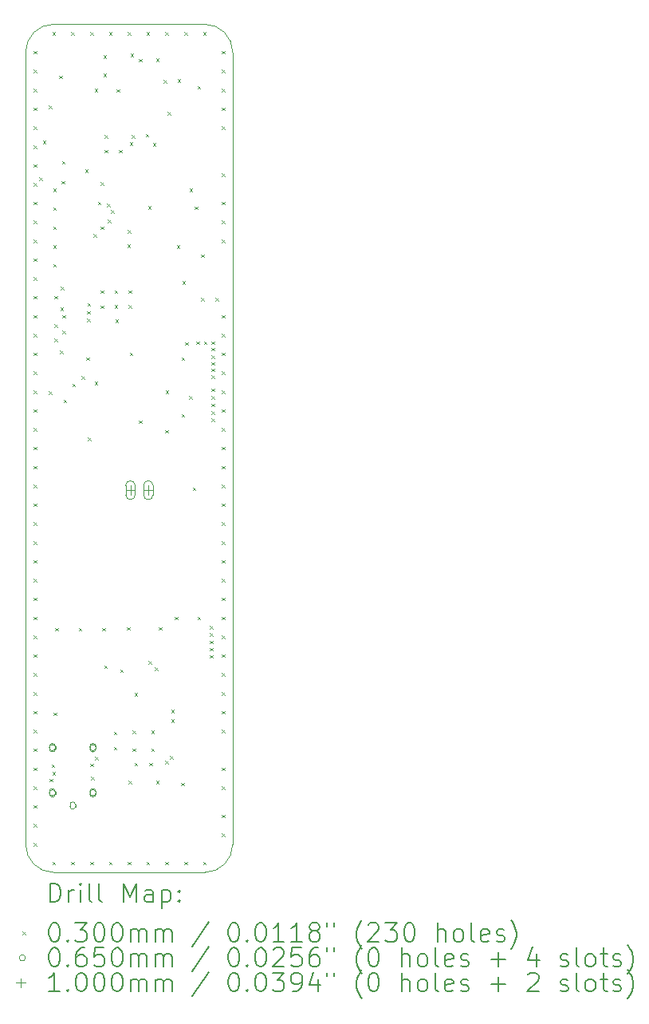
<source format=gbr>
%TF.GenerationSoftware,KiCad,Pcbnew,9.0.5*%
%TF.CreationDate,2025-11-24T11:18:32-05:00*%
%TF.ProjectId,everframe_board,65766572-6672-4616-9d65-5f626f617264,rev?*%
%TF.SameCoordinates,Original*%
%TF.FileFunction,Drillmap*%
%TF.FilePolarity,Positive*%
%FSLAX45Y45*%
G04 Gerber Fmt 4.5, Leading zero omitted, Abs format (unit mm)*
G04 Created by KiCad (PCBNEW 9.0.5) date 2025-11-24 11:18:32*
%MOMM*%
%LPD*%
G01*
G04 APERTURE LIST*
%ADD10C,0.050000*%
%ADD11C,0.010000*%
%ADD12C,0.200000*%
%ADD13C,0.100000*%
G04 APERTURE END LIST*
D10*
X7500000Y-13900000D02*
G75*
G02*
X7200000Y-13600000I0J300000D01*
G01*
X9400000Y-13600000D02*
G75*
G02*
X9100000Y-13900000I-300000J0D01*
G01*
X7200000Y-13600000D02*
X7200000Y-5200000D01*
X9400000Y-5200000D02*
X9400000Y-13600000D01*
X7200000Y-5200000D02*
G75*
G02*
X7500000Y-4900000I300000J0D01*
G01*
X7500000Y-4900000D02*
X9100000Y-4900000D01*
X9100000Y-13900000D02*
X7500000Y-13900000D01*
X9100000Y-4900000D02*
G75*
G02*
X9400000Y-5200000I0J-300000D01*
G01*
D11*
X7671500Y-13180000D02*
X7671500Y-13200000D01*
X7728500Y-13200000D02*
X7728500Y-13180000D01*
X7671500Y-13180000D02*
G75*
G02*
X7700000Y-13151500I28500J0D01*
G01*
X7700000Y-13151500D02*
G75*
G02*
X7728500Y-13180000I0J-28500D01*
G01*
X7700000Y-13228500D02*
G75*
G02*
X7671500Y-13200000I0J28500D01*
G01*
X7728500Y-13200000D02*
G75*
G02*
X7700000Y-13228500I-28500J0D01*
G01*
D12*
D13*
X7285000Y-5185000D02*
X7315000Y-5215000D01*
X7315000Y-5185000D02*
X7285000Y-5215000D01*
X7285000Y-5385000D02*
X7315000Y-5415000D01*
X7315000Y-5385000D02*
X7285000Y-5415000D01*
X7285000Y-5585000D02*
X7315000Y-5615000D01*
X7315000Y-5585000D02*
X7285000Y-5615000D01*
X7285000Y-5785000D02*
X7315000Y-5815000D01*
X7315000Y-5785000D02*
X7285000Y-5815000D01*
X7285000Y-5985000D02*
X7315000Y-6015000D01*
X7315000Y-5985000D02*
X7285000Y-6015000D01*
X7285000Y-6185000D02*
X7315000Y-6215000D01*
X7315000Y-6185000D02*
X7285000Y-6215000D01*
X7285000Y-6385000D02*
X7315000Y-6415000D01*
X7315000Y-6385000D02*
X7285000Y-6415000D01*
X7285000Y-6585000D02*
X7315000Y-6615000D01*
X7315000Y-6585000D02*
X7285000Y-6615000D01*
X7285000Y-6785000D02*
X7315000Y-6815000D01*
X7315000Y-6785000D02*
X7285000Y-6815000D01*
X7285000Y-6985000D02*
X7315000Y-7015000D01*
X7315000Y-6985000D02*
X7285000Y-7015000D01*
X7285000Y-7185000D02*
X7315000Y-7215000D01*
X7315000Y-7185000D02*
X7285000Y-7215000D01*
X7285000Y-7385000D02*
X7315000Y-7415000D01*
X7315000Y-7385000D02*
X7285000Y-7415000D01*
X7285000Y-7585000D02*
X7315000Y-7615000D01*
X7315000Y-7585000D02*
X7285000Y-7615000D01*
X7285000Y-7785000D02*
X7315000Y-7815000D01*
X7315000Y-7785000D02*
X7285000Y-7815000D01*
X7285000Y-7985000D02*
X7315000Y-8015000D01*
X7315000Y-7985000D02*
X7285000Y-8015000D01*
X7285000Y-8185000D02*
X7315000Y-8215000D01*
X7315000Y-8185000D02*
X7285000Y-8215000D01*
X7285000Y-8385000D02*
X7315000Y-8415000D01*
X7315000Y-8385000D02*
X7285000Y-8415000D01*
X7285000Y-8585000D02*
X7315000Y-8615000D01*
X7315000Y-8585000D02*
X7285000Y-8615000D01*
X7285000Y-8785000D02*
X7315000Y-8815000D01*
X7315000Y-8785000D02*
X7285000Y-8815000D01*
X7285000Y-8985000D02*
X7315000Y-9015000D01*
X7315000Y-8985000D02*
X7285000Y-9015000D01*
X7285000Y-9185000D02*
X7315000Y-9215000D01*
X7315000Y-9185000D02*
X7285000Y-9215000D01*
X7285000Y-9385000D02*
X7315000Y-9415000D01*
X7315000Y-9385000D02*
X7285000Y-9415000D01*
X7285000Y-9585000D02*
X7315000Y-9615000D01*
X7315000Y-9585000D02*
X7285000Y-9615000D01*
X7285000Y-9785000D02*
X7315000Y-9815000D01*
X7315000Y-9785000D02*
X7285000Y-9815000D01*
X7285000Y-9985000D02*
X7315000Y-10015000D01*
X7315000Y-9985000D02*
X7285000Y-10015000D01*
X7285000Y-10185000D02*
X7315000Y-10215000D01*
X7315000Y-10185000D02*
X7285000Y-10215000D01*
X7285000Y-10385000D02*
X7315000Y-10415000D01*
X7315000Y-10385000D02*
X7285000Y-10415000D01*
X7285000Y-10585000D02*
X7315000Y-10615000D01*
X7315000Y-10585000D02*
X7285000Y-10615000D01*
X7285000Y-10785000D02*
X7315000Y-10815000D01*
X7315000Y-10785000D02*
X7285000Y-10815000D01*
X7285000Y-10985000D02*
X7315000Y-11015000D01*
X7315000Y-10985000D02*
X7285000Y-11015000D01*
X7285000Y-11185000D02*
X7315000Y-11215000D01*
X7315000Y-11185000D02*
X7285000Y-11215000D01*
X7285000Y-11385000D02*
X7315000Y-11415000D01*
X7315000Y-11385000D02*
X7285000Y-11415000D01*
X7285000Y-11585000D02*
X7315000Y-11615000D01*
X7315000Y-11585000D02*
X7285000Y-11615000D01*
X7285000Y-11785000D02*
X7315000Y-11815000D01*
X7315000Y-11785000D02*
X7285000Y-11815000D01*
X7285000Y-11985000D02*
X7315000Y-12015000D01*
X7315000Y-11985000D02*
X7285000Y-12015000D01*
X7285000Y-12185000D02*
X7315000Y-12215000D01*
X7315000Y-12185000D02*
X7285000Y-12215000D01*
X7285000Y-12385000D02*
X7315000Y-12415000D01*
X7315000Y-12385000D02*
X7285000Y-12415000D01*
X7285000Y-12585000D02*
X7315000Y-12615000D01*
X7315000Y-12585000D02*
X7285000Y-12615000D01*
X7285000Y-12785000D02*
X7315000Y-12815000D01*
X7315000Y-12785000D02*
X7285000Y-12815000D01*
X7285000Y-12985000D02*
X7315000Y-13015000D01*
X7315000Y-12985000D02*
X7285000Y-13015000D01*
X7285000Y-13185000D02*
X7315000Y-13215000D01*
X7315000Y-13185000D02*
X7285000Y-13215000D01*
X7285000Y-13385000D02*
X7315000Y-13415000D01*
X7315000Y-13385000D02*
X7285000Y-13415000D01*
X7285000Y-13585000D02*
X7315000Y-13615000D01*
X7315000Y-13585000D02*
X7285000Y-13615000D01*
X7345000Y-6525000D02*
X7375000Y-6555000D01*
X7375000Y-6525000D02*
X7345000Y-6555000D01*
X7385000Y-6135000D02*
X7415000Y-6165000D01*
X7415000Y-6135000D02*
X7385000Y-6165000D01*
X7445000Y-5765000D02*
X7475000Y-5795000D01*
X7475000Y-5765000D02*
X7445000Y-5795000D01*
X7445000Y-8795000D02*
X7475000Y-8825000D01*
X7475000Y-8795000D02*
X7445000Y-8825000D01*
X7455000Y-12905000D02*
X7485000Y-12935000D01*
X7485000Y-12905000D02*
X7455000Y-12935000D01*
X7474602Y-12752360D02*
X7504602Y-12782360D01*
X7504602Y-12752360D02*
X7474602Y-12782360D01*
X7485000Y-4985000D02*
X7515000Y-5015000D01*
X7515000Y-4985000D02*
X7485000Y-5015000D01*
X7485000Y-13785000D02*
X7515000Y-13815000D01*
X7515000Y-13785000D02*
X7485000Y-13815000D01*
X7486514Y-12831468D02*
X7516514Y-12861468D01*
X7516514Y-12831468D02*
X7486514Y-12861468D01*
X7495000Y-6645000D02*
X7525000Y-6675000D01*
X7525000Y-6645000D02*
X7495000Y-6675000D01*
X7495000Y-6845000D02*
X7525000Y-6875000D01*
X7525000Y-6845000D02*
X7495000Y-6875000D01*
X7495000Y-7045000D02*
X7525000Y-7075000D01*
X7525000Y-7045000D02*
X7495000Y-7075000D01*
X7495000Y-7245000D02*
X7525000Y-7275000D01*
X7525000Y-7245000D02*
X7495000Y-7275000D01*
X7495000Y-7445000D02*
X7525000Y-7475000D01*
X7525000Y-7445000D02*
X7495000Y-7475000D01*
X7495214Y-12204420D02*
X7525214Y-12234420D01*
X7525214Y-12204420D02*
X7495214Y-12234420D01*
X7505000Y-7785000D02*
X7535000Y-7815000D01*
X7535000Y-7785000D02*
X7505000Y-7815000D01*
X7505000Y-8085000D02*
X7535000Y-8115000D01*
X7535000Y-8085000D02*
X7505000Y-8115000D01*
X7505000Y-8235000D02*
X7535000Y-8265000D01*
X7535000Y-8235000D02*
X7505000Y-8265000D01*
X7515000Y-11305000D02*
X7545000Y-11335000D01*
X7545000Y-11305000D02*
X7515000Y-11335000D01*
X7555000Y-5445000D02*
X7585000Y-5475000D01*
X7585000Y-5445000D02*
X7555000Y-5475000D01*
X7565000Y-8365000D02*
X7595000Y-8395000D01*
X7595000Y-8365000D02*
X7565000Y-8395000D01*
X7568992Y-7907987D02*
X7598992Y-7937987D01*
X7598992Y-7907987D02*
X7568992Y-7937987D01*
X7575000Y-7685000D02*
X7605000Y-7715000D01*
X7605000Y-7685000D02*
X7575000Y-7715000D01*
X7583144Y-6564842D02*
X7613144Y-6594842D01*
X7613144Y-6564842D02*
X7583144Y-6594842D01*
X7585956Y-6351851D02*
X7615956Y-6381851D01*
X7615956Y-6351851D02*
X7585956Y-6381851D01*
X7589870Y-7986738D02*
X7619870Y-8016738D01*
X7619870Y-7986738D02*
X7589870Y-8016738D01*
X7590807Y-8149493D02*
X7620807Y-8179493D01*
X7620807Y-8149493D02*
X7590807Y-8179493D01*
X7605000Y-8885000D02*
X7635000Y-8915000D01*
X7635000Y-8885000D02*
X7605000Y-8915000D01*
X7685000Y-4985000D02*
X7715000Y-5015000D01*
X7715000Y-4985000D02*
X7685000Y-5015000D01*
X7685000Y-13785000D02*
X7715000Y-13815000D01*
X7715000Y-13785000D02*
X7685000Y-13815000D01*
X7695000Y-8715269D02*
X7725000Y-8745269D01*
X7725000Y-8715269D02*
X7695000Y-8745269D01*
X7765000Y-11305000D02*
X7795000Y-11335000D01*
X7795000Y-11305000D02*
X7765000Y-11335000D01*
X7795000Y-8635313D02*
X7825000Y-8665313D01*
X7825000Y-8635313D02*
X7795000Y-8665313D01*
X7833495Y-6440000D02*
X7863495Y-6470000D01*
X7863495Y-6440000D02*
X7833495Y-6470000D01*
X7845000Y-8435000D02*
X7875000Y-8465000D01*
X7875000Y-8435000D02*
X7845000Y-8465000D01*
X7853205Y-7944402D02*
X7883205Y-7974402D01*
X7883205Y-7944402D02*
X7853205Y-7974402D01*
X7855000Y-8025000D02*
X7885000Y-8055000D01*
X7885000Y-8025000D02*
X7855000Y-8055000D01*
X7855480Y-7859432D02*
X7885480Y-7889432D01*
X7885480Y-7859432D02*
X7855480Y-7889432D01*
X7860000Y-9285000D02*
X7890000Y-9315000D01*
X7890000Y-9285000D02*
X7860000Y-9315000D01*
X7885000Y-4985000D02*
X7915000Y-5015000D01*
X7915000Y-4985000D02*
X7885000Y-5015000D01*
X7885000Y-12745000D02*
X7915000Y-12775000D01*
X7915000Y-12745000D02*
X7885000Y-12775000D01*
X7885000Y-13785000D02*
X7915000Y-13815000D01*
X7915000Y-13785000D02*
X7885000Y-13815000D01*
X7895000Y-12885000D02*
X7925000Y-12915000D01*
X7925000Y-12885000D02*
X7895000Y-12915000D01*
X7922747Y-7127036D02*
X7952747Y-7157036D01*
X7952747Y-7127036D02*
X7922747Y-7157036D01*
X7932419Y-8691848D02*
X7962419Y-8721848D01*
X7962419Y-8691848D02*
X7932419Y-8721848D01*
X7935000Y-5585000D02*
X7965000Y-5615000D01*
X7965000Y-5585000D02*
X7935000Y-5615000D01*
X7936939Y-12673637D02*
X7966939Y-12703637D01*
X7966939Y-12673637D02*
X7936939Y-12703637D01*
X7966981Y-6782659D02*
X7996981Y-6812659D01*
X7996981Y-6782659D02*
X7966981Y-6812659D01*
X7995000Y-7045000D02*
X8025000Y-7075000D01*
X8025000Y-7045000D02*
X7995000Y-7075000D01*
X7995000Y-7725000D02*
X8025000Y-7755000D01*
X8025000Y-7725000D02*
X7995000Y-7755000D01*
X7996649Y-6577024D02*
X8026649Y-6607024D01*
X8026649Y-6577024D02*
X7996649Y-6607024D01*
X7997500Y-7885000D02*
X8027500Y-7915000D01*
X8027500Y-7885000D02*
X7997500Y-7915000D01*
X8015000Y-11305000D02*
X8045000Y-11335000D01*
X8045000Y-11305000D02*
X8015000Y-11335000D01*
X8025000Y-5230000D02*
X8055000Y-5260000D01*
X8055000Y-5230000D02*
X8025000Y-5260000D01*
X8025000Y-5425000D02*
X8055000Y-5455000D01*
X8055000Y-5425000D02*
X8025000Y-5455000D01*
X8035000Y-11705000D02*
X8065000Y-11735000D01*
X8065000Y-11705000D02*
X8035000Y-11735000D01*
X8040000Y-6077500D02*
X8070000Y-6107500D01*
X8070000Y-6077500D02*
X8040000Y-6107500D01*
X8040000Y-6232500D02*
X8070000Y-6262500D01*
X8070000Y-6232500D02*
X8040000Y-6262500D01*
X8065000Y-6805000D02*
X8095000Y-6835000D01*
X8095000Y-6805000D02*
X8065000Y-6835000D01*
X8075000Y-6975000D02*
X8105000Y-7005000D01*
X8105000Y-6975000D02*
X8075000Y-7005000D01*
X8085000Y-4985000D02*
X8115000Y-5015000D01*
X8115000Y-4985000D02*
X8085000Y-5015000D01*
X8085000Y-13785000D02*
X8115000Y-13815000D01*
X8115000Y-13785000D02*
X8085000Y-13815000D01*
X8105000Y-6875000D02*
X8135000Y-6905000D01*
X8135000Y-6875000D02*
X8105000Y-6905000D01*
X8135000Y-12405000D02*
X8165000Y-12435000D01*
X8165000Y-12405000D02*
X8135000Y-12435000D01*
X8135000Y-12567500D02*
X8165000Y-12597500D01*
X8165000Y-12567500D02*
X8135000Y-12597500D01*
X8145000Y-7725000D02*
X8175000Y-7755000D01*
X8175000Y-7725000D02*
X8145000Y-7755000D01*
X8145000Y-7882500D02*
X8175000Y-7912500D01*
X8175000Y-7882500D02*
X8145000Y-7912500D01*
X8155000Y-8035000D02*
X8185000Y-8065000D01*
X8185000Y-8035000D02*
X8155000Y-8065000D01*
X8165000Y-5590000D02*
X8195000Y-5620000D01*
X8195000Y-5590000D02*
X8165000Y-5620000D01*
X8190000Y-6232500D02*
X8220000Y-6262500D01*
X8220000Y-6232500D02*
X8190000Y-6262500D01*
X8205000Y-11745000D02*
X8235000Y-11775000D01*
X8235000Y-11745000D02*
X8205000Y-11775000D01*
X8275000Y-11295000D02*
X8305000Y-11325000D01*
X8305000Y-11295000D02*
X8275000Y-11325000D01*
X8282500Y-7235000D02*
X8312500Y-7265000D01*
X8312500Y-7235000D02*
X8282500Y-7265000D01*
X8285000Y-4985000D02*
X8315000Y-5015000D01*
X8315000Y-4985000D02*
X8285000Y-5015000D01*
X8285000Y-7085000D02*
X8315000Y-7115000D01*
X8315000Y-7085000D02*
X8285000Y-7115000D01*
X8285000Y-13785000D02*
X8315000Y-13815000D01*
X8315000Y-13785000D02*
X8285000Y-13815000D01*
X8295000Y-7725000D02*
X8325000Y-7755000D01*
X8325000Y-7725000D02*
X8295000Y-7755000D01*
X8295000Y-7882500D02*
X8325000Y-7912500D01*
X8325000Y-7882500D02*
X8295000Y-7912500D01*
X8295000Y-12925000D02*
X8325000Y-12955000D01*
X8325000Y-12925000D02*
X8295000Y-12955000D01*
X8305000Y-6155000D02*
X8335000Y-6185000D01*
X8335000Y-6155000D02*
X8305000Y-6185000D01*
X8305000Y-8382500D02*
X8335000Y-8412500D01*
X8335000Y-8382500D02*
X8305000Y-8412500D01*
X8315000Y-5215000D02*
X8345000Y-5245000D01*
X8345000Y-5215000D02*
X8315000Y-5245000D01*
X8325000Y-6075000D02*
X8355000Y-6105000D01*
X8355000Y-6075000D02*
X8325000Y-6105000D01*
X8335000Y-12395000D02*
X8365000Y-12425000D01*
X8365000Y-12395000D02*
X8335000Y-12425000D01*
X8335000Y-12585000D02*
X8365000Y-12615000D01*
X8365000Y-12585000D02*
X8335000Y-12615000D01*
X8355000Y-11995000D02*
X8385000Y-12025000D01*
X8385000Y-11995000D02*
X8355000Y-12025000D01*
X8355000Y-12735000D02*
X8385000Y-12765000D01*
X8385000Y-12735000D02*
X8355000Y-12765000D01*
X8405000Y-5270417D02*
X8435000Y-5300417D01*
X8435000Y-5270417D02*
X8405000Y-5300417D01*
X8405000Y-9105000D02*
X8435000Y-9135000D01*
X8435000Y-9105000D02*
X8405000Y-9135000D01*
X8475000Y-6065000D02*
X8505000Y-6095000D01*
X8505000Y-6065000D02*
X8475000Y-6095000D01*
X8485000Y-4985000D02*
X8515000Y-5015000D01*
X8515000Y-4985000D02*
X8485000Y-5015000D01*
X8485000Y-13785000D02*
X8515000Y-13815000D01*
X8515000Y-13785000D02*
X8485000Y-13815000D01*
X8500000Y-6830000D02*
X8530000Y-6860000D01*
X8530000Y-6830000D02*
X8500000Y-6860000D01*
X8505000Y-11655000D02*
X8535000Y-11685000D01*
X8535000Y-11655000D02*
X8505000Y-11685000D01*
X8515000Y-12735000D02*
X8545000Y-12765000D01*
X8545000Y-12735000D02*
X8515000Y-12765000D01*
X8535000Y-12395000D02*
X8565000Y-12425000D01*
X8565000Y-12395000D02*
X8535000Y-12425000D01*
X8535000Y-12585000D02*
X8565000Y-12615000D01*
X8565000Y-12585000D02*
X8535000Y-12615000D01*
X8553424Y-6163465D02*
X8583424Y-6193465D01*
X8583424Y-6163465D02*
X8553424Y-6193465D01*
X8575000Y-11725000D02*
X8605000Y-11755000D01*
X8605000Y-11725000D02*
X8575000Y-11755000D01*
X8585000Y-5265000D02*
X8615000Y-5295000D01*
X8615000Y-5265000D02*
X8585000Y-5295000D01*
X8585000Y-12925000D02*
X8615000Y-12955000D01*
X8615000Y-12925000D02*
X8585000Y-12955000D01*
X8615000Y-11295000D02*
X8645000Y-11325000D01*
X8645000Y-11295000D02*
X8615000Y-11325000D01*
X8667000Y-5495000D02*
X8697000Y-5525000D01*
X8697000Y-5495000D02*
X8667000Y-5525000D01*
X8683614Y-12715317D02*
X8713614Y-12745317D01*
X8713614Y-12715317D02*
X8683614Y-12745317D01*
X8685000Y-4985000D02*
X8715000Y-5015000D01*
X8715000Y-4985000D02*
X8685000Y-5015000D01*
X8685000Y-9205000D02*
X8715000Y-9235000D01*
X8715000Y-9205000D02*
X8685000Y-9235000D01*
X8685000Y-13785000D02*
X8715000Y-13815000D01*
X8715000Y-13785000D02*
X8685000Y-13815000D01*
X8687500Y-8785000D02*
X8717500Y-8815000D01*
X8717500Y-8785000D02*
X8687500Y-8815000D01*
X8707163Y-5833782D02*
X8737163Y-5863782D01*
X8737163Y-5833782D02*
X8707163Y-5863782D01*
X8735000Y-12665000D02*
X8765000Y-12695000D01*
X8765000Y-12665000D02*
X8735000Y-12695000D01*
X8745000Y-12175000D02*
X8775000Y-12205000D01*
X8775000Y-12175000D02*
X8745000Y-12205000D01*
X8745000Y-12275000D02*
X8775000Y-12305000D01*
X8775000Y-12275000D02*
X8745000Y-12305000D01*
X8785000Y-11185000D02*
X8815000Y-11215000D01*
X8815000Y-11185000D02*
X8785000Y-11215000D01*
X8805000Y-7245000D02*
X8835000Y-7275000D01*
X8835000Y-7245000D02*
X8805000Y-7275000D01*
X8815000Y-5485000D02*
X8845000Y-5515000D01*
X8845000Y-5485000D02*
X8815000Y-5515000D01*
X8850000Y-12947500D02*
X8880000Y-12977500D01*
X8880000Y-12947500D02*
X8850000Y-12977500D01*
X8855000Y-8435000D02*
X8885000Y-8465000D01*
X8885000Y-8435000D02*
X8855000Y-8465000D01*
X8855000Y-9035000D02*
X8885000Y-9065000D01*
X8885000Y-9035000D02*
X8855000Y-9065000D01*
X8865000Y-7625000D02*
X8895000Y-7655000D01*
X8895000Y-7625000D02*
X8865000Y-7655000D01*
X8885000Y-4985000D02*
X8915000Y-5015000D01*
X8915000Y-4985000D02*
X8885000Y-5015000D01*
X8885000Y-13785000D02*
X8915000Y-13815000D01*
X8915000Y-13785000D02*
X8885000Y-13815000D01*
X8895000Y-8275000D02*
X8925000Y-8305000D01*
X8925000Y-8275000D02*
X8895000Y-8305000D01*
X8935000Y-8845000D02*
X8965000Y-8875000D01*
X8965000Y-8845000D02*
X8935000Y-8875000D01*
X8940000Y-6645000D02*
X8970000Y-6675000D01*
X8970000Y-6645000D02*
X8940000Y-6675000D01*
X8975000Y-9815000D02*
X9005000Y-9845000D01*
X9005000Y-9815000D02*
X8975000Y-9845000D01*
X8995000Y-6835000D02*
X9025000Y-6865000D01*
X9025000Y-6835000D02*
X8995000Y-6865000D01*
X9015000Y-8265000D02*
X9045000Y-8295000D01*
X9045000Y-8265000D02*
X9015000Y-8295000D01*
X9025000Y-5555000D02*
X9055000Y-5585000D01*
X9055000Y-5555000D02*
X9025000Y-5585000D01*
X9025000Y-11185000D02*
X9055000Y-11215000D01*
X9055000Y-11185000D02*
X9025000Y-11215000D01*
X9065000Y-7342500D02*
X9095000Y-7372500D01*
X9095000Y-7342500D02*
X9065000Y-7372500D01*
X9065000Y-7805000D02*
X9095000Y-7835000D01*
X9095000Y-7805000D02*
X9065000Y-7835000D01*
X9085000Y-4985000D02*
X9115000Y-5015000D01*
X9115000Y-4985000D02*
X9085000Y-5015000D01*
X9085000Y-13785000D02*
X9115000Y-13815000D01*
X9115000Y-13785000D02*
X9085000Y-13815000D01*
X9095000Y-8265000D02*
X9125000Y-8295000D01*
X9125000Y-8265000D02*
X9095000Y-8295000D01*
X9155000Y-11285000D02*
X9185000Y-11315000D01*
X9185000Y-11285000D02*
X9155000Y-11315000D01*
X9155000Y-11362500D02*
X9185000Y-11392500D01*
X9185000Y-11362500D02*
X9155000Y-11392500D01*
X9155000Y-11440000D02*
X9185000Y-11470000D01*
X9185000Y-11440000D02*
X9155000Y-11470000D01*
X9155000Y-11517500D02*
X9185000Y-11547500D01*
X9185000Y-11517500D02*
X9155000Y-11547500D01*
X9155000Y-11595000D02*
X9185000Y-11625000D01*
X9185000Y-11595000D02*
X9155000Y-11625000D01*
X9175000Y-8265000D02*
X9205000Y-8295000D01*
X9205000Y-8265000D02*
X9175000Y-8295000D01*
X9175000Y-8335000D02*
X9205000Y-8365000D01*
X9205000Y-8335000D02*
X9175000Y-8365000D01*
X9175000Y-8415000D02*
X9205000Y-8445000D01*
X9205000Y-8415000D02*
X9175000Y-8445000D01*
X9175000Y-8485000D02*
X9205000Y-8515000D01*
X9205000Y-8485000D02*
X9175000Y-8515000D01*
X9175000Y-8555000D02*
X9205000Y-8585000D01*
X9205000Y-8555000D02*
X9175000Y-8585000D01*
X9175000Y-8625000D02*
X9205000Y-8655000D01*
X9205000Y-8625000D02*
X9175000Y-8655000D01*
X9175000Y-8765000D02*
X9205000Y-8795000D01*
X9205000Y-8765000D02*
X9175000Y-8795000D01*
X9175000Y-8845000D02*
X9205000Y-8875000D01*
X9205000Y-8845000D02*
X9175000Y-8875000D01*
X9175000Y-8925000D02*
X9205000Y-8955000D01*
X9205000Y-8925000D02*
X9175000Y-8955000D01*
X9175000Y-9005000D02*
X9205000Y-9035000D01*
X9205000Y-9005000D02*
X9175000Y-9035000D01*
X9175000Y-9085000D02*
X9205000Y-9115000D01*
X9205000Y-9085000D02*
X9175000Y-9115000D01*
X9215000Y-7802500D02*
X9245000Y-7832500D01*
X9245000Y-7802500D02*
X9215000Y-7832500D01*
X9285000Y-5185000D02*
X9315000Y-5215000D01*
X9315000Y-5185000D02*
X9285000Y-5215000D01*
X9285000Y-5385000D02*
X9315000Y-5415000D01*
X9315000Y-5385000D02*
X9285000Y-5415000D01*
X9285000Y-5585000D02*
X9315000Y-5615000D01*
X9315000Y-5585000D02*
X9285000Y-5615000D01*
X9285000Y-5785000D02*
X9315000Y-5815000D01*
X9315000Y-5785000D02*
X9285000Y-5815000D01*
X9285000Y-5985000D02*
X9315000Y-6015000D01*
X9315000Y-5985000D02*
X9285000Y-6015000D01*
X9285000Y-6485000D02*
X9315000Y-6515000D01*
X9315000Y-6485000D02*
X9285000Y-6515000D01*
X9285000Y-6785000D02*
X9315000Y-6815000D01*
X9315000Y-6785000D02*
X9285000Y-6815000D01*
X9285000Y-6985000D02*
X9315000Y-7015000D01*
X9315000Y-6985000D02*
X9285000Y-7015000D01*
X9285000Y-7185000D02*
X9315000Y-7215000D01*
X9315000Y-7185000D02*
X9285000Y-7215000D01*
X9285000Y-7985000D02*
X9315000Y-8015000D01*
X9315000Y-7985000D02*
X9285000Y-8015000D01*
X9285000Y-8185000D02*
X9315000Y-8215000D01*
X9315000Y-8185000D02*
X9285000Y-8215000D01*
X9285000Y-8385000D02*
X9315000Y-8415000D01*
X9315000Y-8385000D02*
X9285000Y-8415000D01*
X9285000Y-8585000D02*
X9315000Y-8615000D01*
X9315000Y-8585000D02*
X9285000Y-8615000D01*
X9285000Y-8785000D02*
X9315000Y-8815000D01*
X9315000Y-8785000D02*
X9285000Y-8815000D01*
X9285000Y-8985000D02*
X9315000Y-9015000D01*
X9315000Y-8985000D02*
X9285000Y-9015000D01*
X9285000Y-9185000D02*
X9315000Y-9215000D01*
X9315000Y-9185000D02*
X9285000Y-9215000D01*
X9285000Y-9385000D02*
X9315000Y-9415000D01*
X9315000Y-9385000D02*
X9285000Y-9415000D01*
X9285000Y-9585000D02*
X9315000Y-9615000D01*
X9315000Y-9585000D02*
X9285000Y-9615000D01*
X9285000Y-9785000D02*
X9315000Y-9815000D01*
X9315000Y-9785000D02*
X9285000Y-9815000D01*
X9285000Y-9985000D02*
X9315000Y-10015000D01*
X9315000Y-9985000D02*
X9285000Y-10015000D01*
X9285000Y-10185000D02*
X9315000Y-10215000D01*
X9315000Y-10185000D02*
X9285000Y-10215000D01*
X9285000Y-10385000D02*
X9315000Y-10415000D01*
X9315000Y-10385000D02*
X9285000Y-10415000D01*
X9285000Y-10585000D02*
X9315000Y-10615000D01*
X9315000Y-10585000D02*
X9285000Y-10615000D01*
X9285000Y-10785000D02*
X9315000Y-10815000D01*
X9315000Y-10785000D02*
X9285000Y-10815000D01*
X9285000Y-10985000D02*
X9315000Y-11015000D01*
X9315000Y-10985000D02*
X9285000Y-11015000D01*
X9285000Y-11185000D02*
X9315000Y-11215000D01*
X9315000Y-11185000D02*
X9285000Y-11215000D01*
X9285000Y-11385000D02*
X9315000Y-11415000D01*
X9315000Y-11385000D02*
X9285000Y-11415000D01*
X9285000Y-11585000D02*
X9315000Y-11615000D01*
X9315000Y-11585000D02*
X9285000Y-11615000D01*
X9285000Y-11785000D02*
X9315000Y-11815000D01*
X9315000Y-11785000D02*
X9285000Y-11815000D01*
X9285000Y-11985000D02*
X9315000Y-12015000D01*
X9315000Y-11985000D02*
X9285000Y-12015000D01*
X9285000Y-12185000D02*
X9315000Y-12215000D01*
X9315000Y-12185000D02*
X9285000Y-12215000D01*
X9285000Y-12385000D02*
X9315000Y-12415000D01*
X9315000Y-12385000D02*
X9285000Y-12415000D01*
X9285000Y-12785000D02*
X9315000Y-12815000D01*
X9315000Y-12785000D02*
X9285000Y-12815000D01*
X9285000Y-12985000D02*
X9315000Y-13015000D01*
X9315000Y-12985000D02*
X9285000Y-13015000D01*
X9285000Y-13285000D02*
X9315000Y-13315000D01*
X9315000Y-13285000D02*
X9285000Y-13315000D01*
X9285000Y-13485000D02*
X9315000Y-13515000D01*
X9315000Y-13485000D02*
X9285000Y-13515000D01*
X7517500Y-12575000D02*
G75*
G02*
X7452500Y-12575000I-32500J0D01*
G01*
X7452500Y-12575000D02*
G75*
G02*
X7517500Y-12575000I32500J0D01*
G01*
X7452500Y-12562500D02*
X7452500Y-12587500D01*
X7517500Y-12587500D02*
G75*
G02*
X7452500Y-12587500I-32500J0D01*
G01*
X7517500Y-12587500D02*
X7517500Y-12562500D01*
X7517500Y-12562500D02*
G75*
G03*
X7452500Y-12562500I-32500J0D01*
G01*
X7517500Y-13055000D02*
G75*
G02*
X7452500Y-13055000I-32500J0D01*
G01*
X7452500Y-13055000D02*
G75*
G02*
X7517500Y-13055000I32500J0D01*
G01*
X7452500Y-13042500D02*
X7452500Y-13067500D01*
X7517500Y-13067500D02*
G75*
G02*
X7452500Y-13067500I-32500J0D01*
G01*
X7517500Y-13067500D02*
X7517500Y-13042500D01*
X7517500Y-13042500D02*
G75*
G03*
X7452500Y-13042500I-32500J0D01*
G01*
X7947500Y-12575000D02*
G75*
G02*
X7882500Y-12575000I-32500J0D01*
G01*
X7882500Y-12575000D02*
G75*
G02*
X7947500Y-12575000I32500J0D01*
G01*
X7882500Y-12562500D02*
X7882500Y-12587500D01*
X7947500Y-12587500D02*
G75*
G02*
X7882500Y-12587500I-32500J0D01*
G01*
X7947500Y-12587500D02*
X7947500Y-12562500D01*
X7947500Y-12562500D02*
G75*
G03*
X7882500Y-12562500I-32500J0D01*
G01*
X7947500Y-13055000D02*
G75*
G02*
X7882500Y-13055000I-32500J0D01*
G01*
X7882500Y-13055000D02*
G75*
G02*
X7947500Y-13055000I32500J0D01*
G01*
X7882500Y-13042500D02*
X7882500Y-13067500D01*
X7947500Y-13067500D02*
G75*
G02*
X7882500Y-13067500I-32500J0D01*
G01*
X7947500Y-13067500D02*
X7947500Y-13042500D01*
X7947500Y-13042500D02*
G75*
G03*
X7882500Y-13042500I-32500J0D01*
G01*
X8313200Y-9794500D02*
X8313200Y-9894500D01*
X8263200Y-9844500D02*
X8363200Y-9844500D01*
X8363200Y-9894500D02*
X8363200Y-9794500D01*
X8263200Y-9794500D02*
G75*
G02*
X8363200Y-9794500I50000J0D01*
G01*
X8263200Y-9794500D02*
X8263200Y-9894500D01*
X8263200Y-9894500D02*
G75*
G03*
X8363200Y-9894500I50000J0D01*
G01*
X8503700Y-9794500D02*
X8503700Y-9894500D01*
X8453700Y-9844500D02*
X8553700Y-9844500D01*
X8553700Y-9894500D02*
X8553700Y-9794500D01*
X8453700Y-9794500D02*
G75*
G02*
X8553700Y-9794500I50000J0D01*
G01*
X8453700Y-9794500D02*
X8453700Y-9894500D01*
X8453700Y-9894500D02*
G75*
G03*
X8553700Y-9894500I50000J0D01*
G01*
D12*
X7458277Y-14213984D02*
X7458277Y-14013984D01*
X7458277Y-14013984D02*
X7505896Y-14013984D01*
X7505896Y-14013984D02*
X7534467Y-14023508D01*
X7534467Y-14023508D02*
X7553515Y-14042555D01*
X7553515Y-14042555D02*
X7563039Y-14061603D01*
X7563039Y-14061603D02*
X7572562Y-14099698D01*
X7572562Y-14099698D02*
X7572562Y-14128269D01*
X7572562Y-14128269D02*
X7563039Y-14166365D01*
X7563039Y-14166365D02*
X7553515Y-14185412D01*
X7553515Y-14185412D02*
X7534467Y-14204460D01*
X7534467Y-14204460D02*
X7505896Y-14213984D01*
X7505896Y-14213984D02*
X7458277Y-14213984D01*
X7658277Y-14213984D02*
X7658277Y-14080650D01*
X7658277Y-14118746D02*
X7667801Y-14099698D01*
X7667801Y-14099698D02*
X7677324Y-14090174D01*
X7677324Y-14090174D02*
X7696372Y-14080650D01*
X7696372Y-14080650D02*
X7715420Y-14080650D01*
X7782086Y-14213984D02*
X7782086Y-14080650D01*
X7782086Y-14013984D02*
X7772562Y-14023508D01*
X7772562Y-14023508D02*
X7782086Y-14033031D01*
X7782086Y-14033031D02*
X7791610Y-14023508D01*
X7791610Y-14023508D02*
X7782086Y-14013984D01*
X7782086Y-14013984D02*
X7782086Y-14033031D01*
X7905896Y-14213984D02*
X7886848Y-14204460D01*
X7886848Y-14204460D02*
X7877324Y-14185412D01*
X7877324Y-14185412D02*
X7877324Y-14013984D01*
X8010658Y-14213984D02*
X7991610Y-14204460D01*
X7991610Y-14204460D02*
X7982086Y-14185412D01*
X7982086Y-14185412D02*
X7982086Y-14013984D01*
X8239229Y-14213984D02*
X8239229Y-14013984D01*
X8239229Y-14013984D02*
X8305896Y-14156841D01*
X8305896Y-14156841D02*
X8372562Y-14013984D01*
X8372562Y-14013984D02*
X8372562Y-14213984D01*
X8553515Y-14213984D02*
X8553515Y-14109222D01*
X8553515Y-14109222D02*
X8543991Y-14090174D01*
X8543991Y-14090174D02*
X8524944Y-14080650D01*
X8524944Y-14080650D02*
X8486848Y-14080650D01*
X8486848Y-14080650D02*
X8467801Y-14090174D01*
X8553515Y-14204460D02*
X8534467Y-14213984D01*
X8534467Y-14213984D02*
X8486848Y-14213984D01*
X8486848Y-14213984D02*
X8467801Y-14204460D01*
X8467801Y-14204460D02*
X8458277Y-14185412D01*
X8458277Y-14185412D02*
X8458277Y-14166365D01*
X8458277Y-14166365D02*
X8467801Y-14147317D01*
X8467801Y-14147317D02*
X8486848Y-14137793D01*
X8486848Y-14137793D02*
X8534467Y-14137793D01*
X8534467Y-14137793D02*
X8553515Y-14128269D01*
X8648753Y-14080650D02*
X8648753Y-14280650D01*
X8648753Y-14090174D02*
X8667801Y-14080650D01*
X8667801Y-14080650D02*
X8705896Y-14080650D01*
X8705896Y-14080650D02*
X8724944Y-14090174D01*
X8724944Y-14090174D02*
X8734467Y-14099698D01*
X8734467Y-14099698D02*
X8743991Y-14118746D01*
X8743991Y-14118746D02*
X8743991Y-14175888D01*
X8743991Y-14175888D02*
X8734467Y-14194936D01*
X8734467Y-14194936D02*
X8724944Y-14204460D01*
X8724944Y-14204460D02*
X8705896Y-14213984D01*
X8705896Y-14213984D02*
X8667801Y-14213984D01*
X8667801Y-14213984D02*
X8648753Y-14204460D01*
X8829705Y-14194936D02*
X8839229Y-14204460D01*
X8839229Y-14204460D02*
X8829705Y-14213984D01*
X8829705Y-14213984D02*
X8820182Y-14204460D01*
X8820182Y-14204460D02*
X8829705Y-14194936D01*
X8829705Y-14194936D02*
X8829705Y-14213984D01*
X8829705Y-14090174D02*
X8839229Y-14099698D01*
X8839229Y-14099698D02*
X8829705Y-14109222D01*
X8829705Y-14109222D02*
X8820182Y-14099698D01*
X8820182Y-14099698D02*
X8829705Y-14090174D01*
X8829705Y-14090174D02*
X8829705Y-14109222D01*
D13*
X7167500Y-14527500D02*
X7197500Y-14557500D01*
X7197500Y-14527500D02*
X7167500Y-14557500D01*
D12*
X7496372Y-14433984D02*
X7515420Y-14433984D01*
X7515420Y-14433984D02*
X7534467Y-14443508D01*
X7534467Y-14443508D02*
X7543991Y-14453031D01*
X7543991Y-14453031D02*
X7553515Y-14472079D01*
X7553515Y-14472079D02*
X7563039Y-14510174D01*
X7563039Y-14510174D02*
X7563039Y-14557793D01*
X7563039Y-14557793D02*
X7553515Y-14595888D01*
X7553515Y-14595888D02*
X7543991Y-14614936D01*
X7543991Y-14614936D02*
X7534467Y-14624460D01*
X7534467Y-14624460D02*
X7515420Y-14633984D01*
X7515420Y-14633984D02*
X7496372Y-14633984D01*
X7496372Y-14633984D02*
X7477324Y-14624460D01*
X7477324Y-14624460D02*
X7467801Y-14614936D01*
X7467801Y-14614936D02*
X7458277Y-14595888D01*
X7458277Y-14595888D02*
X7448753Y-14557793D01*
X7448753Y-14557793D02*
X7448753Y-14510174D01*
X7448753Y-14510174D02*
X7458277Y-14472079D01*
X7458277Y-14472079D02*
X7467801Y-14453031D01*
X7467801Y-14453031D02*
X7477324Y-14443508D01*
X7477324Y-14443508D02*
X7496372Y-14433984D01*
X7648753Y-14614936D02*
X7658277Y-14624460D01*
X7658277Y-14624460D02*
X7648753Y-14633984D01*
X7648753Y-14633984D02*
X7639229Y-14624460D01*
X7639229Y-14624460D02*
X7648753Y-14614936D01*
X7648753Y-14614936D02*
X7648753Y-14633984D01*
X7724943Y-14433984D02*
X7848753Y-14433984D01*
X7848753Y-14433984D02*
X7782086Y-14510174D01*
X7782086Y-14510174D02*
X7810658Y-14510174D01*
X7810658Y-14510174D02*
X7829705Y-14519698D01*
X7829705Y-14519698D02*
X7839229Y-14529222D01*
X7839229Y-14529222D02*
X7848753Y-14548269D01*
X7848753Y-14548269D02*
X7848753Y-14595888D01*
X7848753Y-14595888D02*
X7839229Y-14614936D01*
X7839229Y-14614936D02*
X7829705Y-14624460D01*
X7829705Y-14624460D02*
X7810658Y-14633984D01*
X7810658Y-14633984D02*
X7753515Y-14633984D01*
X7753515Y-14633984D02*
X7734467Y-14624460D01*
X7734467Y-14624460D02*
X7724943Y-14614936D01*
X7972562Y-14433984D02*
X7991610Y-14433984D01*
X7991610Y-14433984D02*
X8010658Y-14443508D01*
X8010658Y-14443508D02*
X8020182Y-14453031D01*
X8020182Y-14453031D02*
X8029705Y-14472079D01*
X8029705Y-14472079D02*
X8039229Y-14510174D01*
X8039229Y-14510174D02*
X8039229Y-14557793D01*
X8039229Y-14557793D02*
X8029705Y-14595888D01*
X8029705Y-14595888D02*
X8020182Y-14614936D01*
X8020182Y-14614936D02*
X8010658Y-14624460D01*
X8010658Y-14624460D02*
X7991610Y-14633984D01*
X7991610Y-14633984D02*
X7972562Y-14633984D01*
X7972562Y-14633984D02*
X7953515Y-14624460D01*
X7953515Y-14624460D02*
X7943991Y-14614936D01*
X7943991Y-14614936D02*
X7934467Y-14595888D01*
X7934467Y-14595888D02*
X7924943Y-14557793D01*
X7924943Y-14557793D02*
X7924943Y-14510174D01*
X7924943Y-14510174D02*
X7934467Y-14472079D01*
X7934467Y-14472079D02*
X7943991Y-14453031D01*
X7943991Y-14453031D02*
X7953515Y-14443508D01*
X7953515Y-14443508D02*
X7972562Y-14433984D01*
X8163039Y-14433984D02*
X8182086Y-14433984D01*
X8182086Y-14433984D02*
X8201134Y-14443508D01*
X8201134Y-14443508D02*
X8210658Y-14453031D01*
X8210658Y-14453031D02*
X8220182Y-14472079D01*
X8220182Y-14472079D02*
X8229705Y-14510174D01*
X8229705Y-14510174D02*
X8229705Y-14557793D01*
X8229705Y-14557793D02*
X8220182Y-14595888D01*
X8220182Y-14595888D02*
X8210658Y-14614936D01*
X8210658Y-14614936D02*
X8201134Y-14624460D01*
X8201134Y-14624460D02*
X8182086Y-14633984D01*
X8182086Y-14633984D02*
X8163039Y-14633984D01*
X8163039Y-14633984D02*
X8143991Y-14624460D01*
X8143991Y-14624460D02*
X8134467Y-14614936D01*
X8134467Y-14614936D02*
X8124943Y-14595888D01*
X8124943Y-14595888D02*
X8115420Y-14557793D01*
X8115420Y-14557793D02*
X8115420Y-14510174D01*
X8115420Y-14510174D02*
X8124943Y-14472079D01*
X8124943Y-14472079D02*
X8134467Y-14453031D01*
X8134467Y-14453031D02*
X8143991Y-14443508D01*
X8143991Y-14443508D02*
X8163039Y-14433984D01*
X8315420Y-14633984D02*
X8315420Y-14500650D01*
X8315420Y-14519698D02*
X8324943Y-14510174D01*
X8324943Y-14510174D02*
X8343991Y-14500650D01*
X8343991Y-14500650D02*
X8372563Y-14500650D01*
X8372563Y-14500650D02*
X8391610Y-14510174D01*
X8391610Y-14510174D02*
X8401134Y-14529222D01*
X8401134Y-14529222D02*
X8401134Y-14633984D01*
X8401134Y-14529222D02*
X8410658Y-14510174D01*
X8410658Y-14510174D02*
X8429705Y-14500650D01*
X8429705Y-14500650D02*
X8458277Y-14500650D01*
X8458277Y-14500650D02*
X8477325Y-14510174D01*
X8477325Y-14510174D02*
X8486848Y-14529222D01*
X8486848Y-14529222D02*
X8486848Y-14633984D01*
X8582086Y-14633984D02*
X8582086Y-14500650D01*
X8582086Y-14519698D02*
X8591610Y-14510174D01*
X8591610Y-14510174D02*
X8610658Y-14500650D01*
X8610658Y-14500650D02*
X8639229Y-14500650D01*
X8639229Y-14500650D02*
X8658277Y-14510174D01*
X8658277Y-14510174D02*
X8667801Y-14529222D01*
X8667801Y-14529222D02*
X8667801Y-14633984D01*
X8667801Y-14529222D02*
X8677325Y-14510174D01*
X8677325Y-14510174D02*
X8696372Y-14500650D01*
X8696372Y-14500650D02*
X8724944Y-14500650D01*
X8724944Y-14500650D02*
X8743991Y-14510174D01*
X8743991Y-14510174D02*
X8753515Y-14529222D01*
X8753515Y-14529222D02*
X8753515Y-14633984D01*
X9143991Y-14424460D02*
X8972563Y-14681603D01*
X9401134Y-14433984D02*
X9420182Y-14433984D01*
X9420182Y-14433984D02*
X9439229Y-14443508D01*
X9439229Y-14443508D02*
X9448753Y-14453031D01*
X9448753Y-14453031D02*
X9458277Y-14472079D01*
X9458277Y-14472079D02*
X9467801Y-14510174D01*
X9467801Y-14510174D02*
X9467801Y-14557793D01*
X9467801Y-14557793D02*
X9458277Y-14595888D01*
X9458277Y-14595888D02*
X9448753Y-14614936D01*
X9448753Y-14614936D02*
X9439229Y-14624460D01*
X9439229Y-14624460D02*
X9420182Y-14633984D01*
X9420182Y-14633984D02*
X9401134Y-14633984D01*
X9401134Y-14633984D02*
X9382087Y-14624460D01*
X9382087Y-14624460D02*
X9372563Y-14614936D01*
X9372563Y-14614936D02*
X9363039Y-14595888D01*
X9363039Y-14595888D02*
X9353515Y-14557793D01*
X9353515Y-14557793D02*
X9353515Y-14510174D01*
X9353515Y-14510174D02*
X9363039Y-14472079D01*
X9363039Y-14472079D02*
X9372563Y-14453031D01*
X9372563Y-14453031D02*
X9382087Y-14443508D01*
X9382087Y-14443508D02*
X9401134Y-14433984D01*
X9553515Y-14614936D02*
X9563039Y-14624460D01*
X9563039Y-14624460D02*
X9553515Y-14633984D01*
X9553515Y-14633984D02*
X9543991Y-14624460D01*
X9543991Y-14624460D02*
X9553515Y-14614936D01*
X9553515Y-14614936D02*
X9553515Y-14633984D01*
X9686848Y-14433984D02*
X9705896Y-14433984D01*
X9705896Y-14433984D02*
X9724944Y-14443508D01*
X9724944Y-14443508D02*
X9734468Y-14453031D01*
X9734468Y-14453031D02*
X9743991Y-14472079D01*
X9743991Y-14472079D02*
X9753515Y-14510174D01*
X9753515Y-14510174D02*
X9753515Y-14557793D01*
X9753515Y-14557793D02*
X9743991Y-14595888D01*
X9743991Y-14595888D02*
X9734468Y-14614936D01*
X9734468Y-14614936D02*
X9724944Y-14624460D01*
X9724944Y-14624460D02*
X9705896Y-14633984D01*
X9705896Y-14633984D02*
X9686848Y-14633984D01*
X9686848Y-14633984D02*
X9667801Y-14624460D01*
X9667801Y-14624460D02*
X9658277Y-14614936D01*
X9658277Y-14614936D02*
X9648753Y-14595888D01*
X9648753Y-14595888D02*
X9639229Y-14557793D01*
X9639229Y-14557793D02*
X9639229Y-14510174D01*
X9639229Y-14510174D02*
X9648753Y-14472079D01*
X9648753Y-14472079D02*
X9658277Y-14453031D01*
X9658277Y-14453031D02*
X9667801Y-14443508D01*
X9667801Y-14443508D02*
X9686848Y-14433984D01*
X9943991Y-14633984D02*
X9829706Y-14633984D01*
X9886848Y-14633984D02*
X9886848Y-14433984D01*
X9886848Y-14433984D02*
X9867801Y-14462555D01*
X9867801Y-14462555D02*
X9848753Y-14481603D01*
X9848753Y-14481603D02*
X9829706Y-14491127D01*
X10134468Y-14633984D02*
X10020182Y-14633984D01*
X10077325Y-14633984D02*
X10077325Y-14433984D01*
X10077325Y-14433984D02*
X10058277Y-14462555D01*
X10058277Y-14462555D02*
X10039229Y-14481603D01*
X10039229Y-14481603D02*
X10020182Y-14491127D01*
X10248753Y-14519698D02*
X10229706Y-14510174D01*
X10229706Y-14510174D02*
X10220182Y-14500650D01*
X10220182Y-14500650D02*
X10210658Y-14481603D01*
X10210658Y-14481603D02*
X10210658Y-14472079D01*
X10210658Y-14472079D02*
X10220182Y-14453031D01*
X10220182Y-14453031D02*
X10229706Y-14443508D01*
X10229706Y-14443508D02*
X10248753Y-14433984D01*
X10248753Y-14433984D02*
X10286849Y-14433984D01*
X10286849Y-14433984D02*
X10305896Y-14443508D01*
X10305896Y-14443508D02*
X10315420Y-14453031D01*
X10315420Y-14453031D02*
X10324944Y-14472079D01*
X10324944Y-14472079D02*
X10324944Y-14481603D01*
X10324944Y-14481603D02*
X10315420Y-14500650D01*
X10315420Y-14500650D02*
X10305896Y-14510174D01*
X10305896Y-14510174D02*
X10286849Y-14519698D01*
X10286849Y-14519698D02*
X10248753Y-14519698D01*
X10248753Y-14519698D02*
X10229706Y-14529222D01*
X10229706Y-14529222D02*
X10220182Y-14538746D01*
X10220182Y-14538746D02*
X10210658Y-14557793D01*
X10210658Y-14557793D02*
X10210658Y-14595888D01*
X10210658Y-14595888D02*
X10220182Y-14614936D01*
X10220182Y-14614936D02*
X10229706Y-14624460D01*
X10229706Y-14624460D02*
X10248753Y-14633984D01*
X10248753Y-14633984D02*
X10286849Y-14633984D01*
X10286849Y-14633984D02*
X10305896Y-14624460D01*
X10305896Y-14624460D02*
X10315420Y-14614936D01*
X10315420Y-14614936D02*
X10324944Y-14595888D01*
X10324944Y-14595888D02*
X10324944Y-14557793D01*
X10324944Y-14557793D02*
X10315420Y-14538746D01*
X10315420Y-14538746D02*
X10305896Y-14529222D01*
X10305896Y-14529222D02*
X10286849Y-14519698D01*
X10401134Y-14433984D02*
X10401134Y-14472079D01*
X10477325Y-14433984D02*
X10477325Y-14472079D01*
X10772563Y-14710174D02*
X10763039Y-14700650D01*
X10763039Y-14700650D02*
X10743991Y-14672079D01*
X10743991Y-14672079D02*
X10734468Y-14653031D01*
X10734468Y-14653031D02*
X10724944Y-14624460D01*
X10724944Y-14624460D02*
X10715420Y-14576841D01*
X10715420Y-14576841D02*
X10715420Y-14538746D01*
X10715420Y-14538746D02*
X10724944Y-14491127D01*
X10724944Y-14491127D02*
X10734468Y-14462555D01*
X10734468Y-14462555D02*
X10743991Y-14443508D01*
X10743991Y-14443508D02*
X10763039Y-14414936D01*
X10763039Y-14414936D02*
X10772563Y-14405412D01*
X10839230Y-14453031D02*
X10848753Y-14443508D01*
X10848753Y-14443508D02*
X10867801Y-14433984D01*
X10867801Y-14433984D02*
X10915420Y-14433984D01*
X10915420Y-14433984D02*
X10934468Y-14443508D01*
X10934468Y-14443508D02*
X10943991Y-14453031D01*
X10943991Y-14453031D02*
X10953515Y-14472079D01*
X10953515Y-14472079D02*
X10953515Y-14491127D01*
X10953515Y-14491127D02*
X10943991Y-14519698D01*
X10943991Y-14519698D02*
X10829706Y-14633984D01*
X10829706Y-14633984D02*
X10953515Y-14633984D01*
X11020182Y-14433984D02*
X11143991Y-14433984D01*
X11143991Y-14433984D02*
X11077325Y-14510174D01*
X11077325Y-14510174D02*
X11105896Y-14510174D01*
X11105896Y-14510174D02*
X11124944Y-14519698D01*
X11124944Y-14519698D02*
X11134468Y-14529222D01*
X11134468Y-14529222D02*
X11143991Y-14548269D01*
X11143991Y-14548269D02*
X11143991Y-14595888D01*
X11143991Y-14595888D02*
X11134468Y-14614936D01*
X11134468Y-14614936D02*
X11124944Y-14624460D01*
X11124944Y-14624460D02*
X11105896Y-14633984D01*
X11105896Y-14633984D02*
X11048753Y-14633984D01*
X11048753Y-14633984D02*
X11029706Y-14624460D01*
X11029706Y-14624460D02*
X11020182Y-14614936D01*
X11267801Y-14433984D02*
X11286849Y-14433984D01*
X11286849Y-14433984D02*
X11305896Y-14443508D01*
X11305896Y-14443508D02*
X11315420Y-14453031D01*
X11315420Y-14453031D02*
X11324944Y-14472079D01*
X11324944Y-14472079D02*
X11334468Y-14510174D01*
X11334468Y-14510174D02*
X11334468Y-14557793D01*
X11334468Y-14557793D02*
X11324944Y-14595888D01*
X11324944Y-14595888D02*
X11315420Y-14614936D01*
X11315420Y-14614936D02*
X11305896Y-14624460D01*
X11305896Y-14624460D02*
X11286849Y-14633984D01*
X11286849Y-14633984D02*
X11267801Y-14633984D01*
X11267801Y-14633984D02*
X11248753Y-14624460D01*
X11248753Y-14624460D02*
X11239229Y-14614936D01*
X11239229Y-14614936D02*
X11229706Y-14595888D01*
X11229706Y-14595888D02*
X11220182Y-14557793D01*
X11220182Y-14557793D02*
X11220182Y-14510174D01*
X11220182Y-14510174D02*
X11229706Y-14472079D01*
X11229706Y-14472079D02*
X11239229Y-14453031D01*
X11239229Y-14453031D02*
X11248753Y-14443508D01*
X11248753Y-14443508D02*
X11267801Y-14433984D01*
X11572563Y-14633984D02*
X11572563Y-14433984D01*
X11658277Y-14633984D02*
X11658277Y-14529222D01*
X11658277Y-14529222D02*
X11648753Y-14510174D01*
X11648753Y-14510174D02*
X11629706Y-14500650D01*
X11629706Y-14500650D02*
X11601134Y-14500650D01*
X11601134Y-14500650D02*
X11582087Y-14510174D01*
X11582087Y-14510174D02*
X11572563Y-14519698D01*
X11782087Y-14633984D02*
X11763039Y-14624460D01*
X11763039Y-14624460D02*
X11753515Y-14614936D01*
X11753515Y-14614936D02*
X11743991Y-14595888D01*
X11743991Y-14595888D02*
X11743991Y-14538746D01*
X11743991Y-14538746D02*
X11753515Y-14519698D01*
X11753515Y-14519698D02*
X11763039Y-14510174D01*
X11763039Y-14510174D02*
X11782087Y-14500650D01*
X11782087Y-14500650D02*
X11810658Y-14500650D01*
X11810658Y-14500650D02*
X11829706Y-14510174D01*
X11829706Y-14510174D02*
X11839230Y-14519698D01*
X11839230Y-14519698D02*
X11848753Y-14538746D01*
X11848753Y-14538746D02*
X11848753Y-14595888D01*
X11848753Y-14595888D02*
X11839230Y-14614936D01*
X11839230Y-14614936D02*
X11829706Y-14624460D01*
X11829706Y-14624460D02*
X11810658Y-14633984D01*
X11810658Y-14633984D02*
X11782087Y-14633984D01*
X11963039Y-14633984D02*
X11943991Y-14624460D01*
X11943991Y-14624460D02*
X11934468Y-14605412D01*
X11934468Y-14605412D02*
X11934468Y-14433984D01*
X12115420Y-14624460D02*
X12096372Y-14633984D01*
X12096372Y-14633984D02*
X12058277Y-14633984D01*
X12058277Y-14633984D02*
X12039230Y-14624460D01*
X12039230Y-14624460D02*
X12029706Y-14605412D01*
X12029706Y-14605412D02*
X12029706Y-14529222D01*
X12029706Y-14529222D02*
X12039230Y-14510174D01*
X12039230Y-14510174D02*
X12058277Y-14500650D01*
X12058277Y-14500650D02*
X12096372Y-14500650D01*
X12096372Y-14500650D02*
X12115420Y-14510174D01*
X12115420Y-14510174D02*
X12124944Y-14529222D01*
X12124944Y-14529222D02*
X12124944Y-14548269D01*
X12124944Y-14548269D02*
X12029706Y-14567317D01*
X12201134Y-14624460D02*
X12220182Y-14633984D01*
X12220182Y-14633984D02*
X12258277Y-14633984D01*
X12258277Y-14633984D02*
X12277325Y-14624460D01*
X12277325Y-14624460D02*
X12286849Y-14605412D01*
X12286849Y-14605412D02*
X12286849Y-14595888D01*
X12286849Y-14595888D02*
X12277325Y-14576841D01*
X12277325Y-14576841D02*
X12258277Y-14567317D01*
X12258277Y-14567317D02*
X12229706Y-14567317D01*
X12229706Y-14567317D02*
X12210658Y-14557793D01*
X12210658Y-14557793D02*
X12201134Y-14538746D01*
X12201134Y-14538746D02*
X12201134Y-14529222D01*
X12201134Y-14529222D02*
X12210658Y-14510174D01*
X12210658Y-14510174D02*
X12229706Y-14500650D01*
X12229706Y-14500650D02*
X12258277Y-14500650D01*
X12258277Y-14500650D02*
X12277325Y-14510174D01*
X12353515Y-14710174D02*
X12363039Y-14700650D01*
X12363039Y-14700650D02*
X12382087Y-14672079D01*
X12382087Y-14672079D02*
X12391611Y-14653031D01*
X12391611Y-14653031D02*
X12401134Y-14624460D01*
X12401134Y-14624460D02*
X12410658Y-14576841D01*
X12410658Y-14576841D02*
X12410658Y-14538746D01*
X12410658Y-14538746D02*
X12401134Y-14491127D01*
X12401134Y-14491127D02*
X12391611Y-14462555D01*
X12391611Y-14462555D02*
X12382087Y-14443508D01*
X12382087Y-14443508D02*
X12363039Y-14414936D01*
X12363039Y-14414936D02*
X12353515Y-14405412D01*
D13*
X7197500Y-14806500D02*
G75*
G02*
X7132500Y-14806500I-32500J0D01*
G01*
X7132500Y-14806500D02*
G75*
G02*
X7197500Y-14806500I32500J0D01*
G01*
D12*
X7496372Y-14697984D02*
X7515420Y-14697984D01*
X7515420Y-14697984D02*
X7534467Y-14707508D01*
X7534467Y-14707508D02*
X7543991Y-14717031D01*
X7543991Y-14717031D02*
X7553515Y-14736079D01*
X7553515Y-14736079D02*
X7563039Y-14774174D01*
X7563039Y-14774174D02*
X7563039Y-14821793D01*
X7563039Y-14821793D02*
X7553515Y-14859888D01*
X7553515Y-14859888D02*
X7543991Y-14878936D01*
X7543991Y-14878936D02*
X7534467Y-14888460D01*
X7534467Y-14888460D02*
X7515420Y-14897984D01*
X7515420Y-14897984D02*
X7496372Y-14897984D01*
X7496372Y-14897984D02*
X7477324Y-14888460D01*
X7477324Y-14888460D02*
X7467801Y-14878936D01*
X7467801Y-14878936D02*
X7458277Y-14859888D01*
X7458277Y-14859888D02*
X7448753Y-14821793D01*
X7448753Y-14821793D02*
X7448753Y-14774174D01*
X7448753Y-14774174D02*
X7458277Y-14736079D01*
X7458277Y-14736079D02*
X7467801Y-14717031D01*
X7467801Y-14717031D02*
X7477324Y-14707508D01*
X7477324Y-14707508D02*
X7496372Y-14697984D01*
X7648753Y-14878936D02*
X7658277Y-14888460D01*
X7658277Y-14888460D02*
X7648753Y-14897984D01*
X7648753Y-14897984D02*
X7639229Y-14888460D01*
X7639229Y-14888460D02*
X7648753Y-14878936D01*
X7648753Y-14878936D02*
X7648753Y-14897984D01*
X7829705Y-14697984D02*
X7791610Y-14697984D01*
X7791610Y-14697984D02*
X7772562Y-14707508D01*
X7772562Y-14707508D02*
X7763039Y-14717031D01*
X7763039Y-14717031D02*
X7743991Y-14745603D01*
X7743991Y-14745603D02*
X7734467Y-14783698D01*
X7734467Y-14783698D02*
X7734467Y-14859888D01*
X7734467Y-14859888D02*
X7743991Y-14878936D01*
X7743991Y-14878936D02*
X7753515Y-14888460D01*
X7753515Y-14888460D02*
X7772562Y-14897984D01*
X7772562Y-14897984D02*
X7810658Y-14897984D01*
X7810658Y-14897984D02*
X7829705Y-14888460D01*
X7829705Y-14888460D02*
X7839229Y-14878936D01*
X7839229Y-14878936D02*
X7848753Y-14859888D01*
X7848753Y-14859888D02*
X7848753Y-14812269D01*
X7848753Y-14812269D02*
X7839229Y-14793222D01*
X7839229Y-14793222D02*
X7829705Y-14783698D01*
X7829705Y-14783698D02*
X7810658Y-14774174D01*
X7810658Y-14774174D02*
X7772562Y-14774174D01*
X7772562Y-14774174D02*
X7753515Y-14783698D01*
X7753515Y-14783698D02*
X7743991Y-14793222D01*
X7743991Y-14793222D02*
X7734467Y-14812269D01*
X8029705Y-14697984D02*
X7934467Y-14697984D01*
X7934467Y-14697984D02*
X7924943Y-14793222D01*
X7924943Y-14793222D02*
X7934467Y-14783698D01*
X7934467Y-14783698D02*
X7953515Y-14774174D01*
X7953515Y-14774174D02*
X8001134Y-14774174D01*
X8001134Y-14774174D02*
X8020182Y-14783698D01*
X8020182Y-14783698D02*
X8029705Y-14793222D01*
X8029705Y-14793222D02*
X8039229Y-14812269D01*
X8039229Y-14812269D02*
X8039229Y-14859888D01*
X8039229Y-14859888D02*
X8029705Y-14878936D01*
X8029705Y-14878936D02*
X8020182Y-14888460D01*
X8020182Y-14888460D02*
X8001134Y-14897984D01*
X8001134Y-14897984D02*
X7953515Y-14897984D01*
X7953515Y-14897984D02*
X7934467Y-14888460D01*
X7934467Y-14888460D02*
X7924943Y-14878936D01*
X8163039Y-14697984D02*
X8182086Y-14697984D01*
X8182086Y-14697984D02*
X8201134Y-14707508D01*
X8201134Y-14707508D02*
X8210658Y-14717031D01*
X8210658Y-14717031D02*
X8220182Y-14736079D01*
X8220182Y-14736079D02*
X8229705Y-14774174D01*
X8229705Y-14774174D02*
X8229705Y-14821793D01*
X8229705Y-14821793D02*
X8220182Y-14859888D01*
X8220182Y-14859888D02*
X8210658Y-14878936D01*
X8210658Y-14878936D02*
X8201134Y-14888460D01*
X8201134Y-14888460D02*
X8182086Y-14897984D01*
X8182086Y-14897984D02*
X8163039Y-14897984D01*
X8163039Y-14897984D02*
X8143991Y-14888460D01*
X8143991Y-14888460D02*
X8134467Y-14878936D01*
X8134467Y-14878936D02*
X8124943Y-14859888D01*
X8124943Y-14859888D02*
X8115420Y-14821793D01*
X8115420Y-14821793D02*
X8115420Y-14774174D01*
X8115420Y-14774174D02*
X8124943Y-14736079D01*
X8124943Y-14736079D02*
X8134467Y-14717031D01*
X8134467Y-14717031D02*
X8143991Y-14707508D01*
X8143991Y-14707508D02*
X8163039Y-14697984D01*
X8315420Y-14897984D02*
X8315420Y-14764650D01*
X8315420Y-14783698D02*
X8324943Y-14774174D01*
X8324943Y-14774174D02*
X8343991Y-14764650D01*
X8343991Y-14764650D02*
X8372563Y-14764650D01*
X8372563Y-14764650D02*
X8391610Y-14774174D01*
X8391610Y-14774174D02*
X8401134Y-14793222D01*
X8401134Y-14793222D02*
X8401134Y-14897984D01*
X8401134Y-14793222D02*
X8410658Y-14774174D01*
X8410658Y-14774174D02*
X8429705Y-14764650D01*
X8429705Y-14764650D02*
X8458277Y-14764650D01*
X8458277Y-14764650D02*
X8477325Y-14774174D01*
X8477325Y-14774174D02*
X8486848Y-14793222D01*
X8486848Y-14793222D02*
X8486848Y-14897984D01*
X8582086Y-14897984D02*
X8582086Y-14764650D01*
X8582086Y-14783698D02*
X8591610Y-14774174D01*
X8591610Y-14774174D02*
X8610658Y-14764650D01*
X8610658Y-14764650D02*
X8639229Y-14764650D01*
X8639229Y-14764650D02*
X8658277Y-14774174D01*
X8658277Y-14774174D02*
X8667801Y-14793222D01*
X8667801Y-14793222D02*
X8667801Y-14897984D01*
X8667801Y-14793222D02*
X8677325Y-14774174D01*
X8677325Y-14774174D02*
X8696372Y-14764650D01*
X8696372Y-14764650D02*
X8724944Y-14764650D01*
X8724944Y-14764650D02*
X8743991Y-14774174D01*
X8743991Y-14774174D02*
X8753515Y-14793222D01*
X8753515Y-14793222D02*
X8753515Y-14897984D01*
X9143991Y-14688460D02*
X8972563Y-14945603D01*
X9401134Y-14697984D02*
X9420182Y-14697984D01*
X9420182Y-14697984D02*
X9439229Y-14707508D01*
X9439229Y-14707508D02*
X9448753Y-14717031D01*
X9448753Y-14717031D02*
X9458277Y-14736079D01*
X9458277Y-14736079D02*
X9467801Y-14774174D01*
X9467801Y-14774174D02*
X9467801Y-14821793D01*
X9467801Y-14821793D02*
X9458277Y-14859888D01*
X9458277Y-14859888D02*
X9448753Y-14878936D01*
X9448753Y-14878936D02*
X9439229Y-14888460D01*
X9439229Y-14888460D02*
X9420182Y-14897984D01*
X9420182Y-14897984D02*
X9401134Y-14897984D01*
X9401134Y-14897984D02*
X9382087Y-14888460D01*
X9382087Y-14888460D02*
X9372563Y-14878936D01*
X9372563Y-14878936D02*
X9363039Y-14859888D01*
X9363039Y-14859888D02*
X9353515Y-14821793D01*
X9353515Y-14821793D02*
X9353515Y-14774174D01*
X9353515Y-14774174D02*
X9363039Y-14736079D01*
X9363039Y-14736079D02*
X9372563Y-14717031D01*
X9372563Y-14717031D02*
X9382087Y-14707508D01*
X9382087Y-14707508D02*
X9401134Y-14697984D01*
X9553515Y-14878936D02*
X9563039Y-14888460D01*
X9563039Y-14888460D02*
X9553515Y-14897984D01*
X9553515Y-14897984D02*
X9543991Y-14888460D01*
X9543991Y-14888460D02*
X9553515Y-14878936D01*
X9553515Y-14878936D02*
X9553515Y-14897984D01*
X9686848Y-14697984D02*
X9705896Y-14697984D01*
X9705896Y-14697984D02*
X9724944Y-14707508D01*
X9724944Y-14707508D02*
X9734468Y-14717031D01*
X9734468Y-14717031D02*
X9743991Y-14736079D01*
X9743991Y-14736079D02*
X9753515Y-14774174D01*
X9753515Y-14774174D02*
X9753515Y-14821793D01*
X9753515Y-14821793D02*
X9743991Y-14859888D01*
X9743991Y-14859888D02*
X9734468Y-14878936D01*
X9734468Y-14878936D02*
X9724944Y-14888460D01*
X9724944Y-14888460D02*
X9705896Y-14897984D01*
X9705896Y-14897984D02*
X9686848Y-14897984D01*
X9686848Y-14897984D02*
X9667801Y-14888460D01*
X9667801Y-14888460D02*
X9658277Y-14878936D01*
X9658277Y-14878936D02*
X9648753Y-14859888D01*
X9648753Y-14859888D02*
X9639229Y-14821793D01*
X9639229Y-14821793D02*
X9639229Y-14774174D01*
X9639229Y-14774174D02*
X9648753Y-14736079D01*
X9648753Y-14736079D02*
X9658277Y-14717031D01*
X9658277Y-14717031D02*
X9667801Y-14707508D01*
X9667801Y-14707508D02*
X9686848Y-14697984D01*
X9829706Y-14717031D02*
X9839229Y-14707508D01*
X9839229Y-14707508D02*
X9858277Y-14697984D01*
X9858277Y-14697984D02*
X9905896Y-14697984D01*
X9905896Y-14697984D02*
X9924944Y-14707508D01*
X9924944Y-14707508D02*
X9934468Y-14717031D01*
X9934468Y-14717031D02*
X9943991Y-14736079D01*
X9943991Y-14736079D02*
X9943991Y-14755127D01*
X9943991Y-14755127D02*
X9934468Y-14783698D01*
X9934468Y-14783698D02*
X9820182Y-14897984D01*
X9820182Y-14897984D02*
X9943991Y-14897984D01*
X10124944Y-14697984D02*
X10029706Y-14697984D01*
X10029706Y-14697984D02*
X10020182Y-14793222D01*
X10020182Y-14793222D02*
X10029706Y-14783698D01*
X10029706Y-14783698D02*
X10048753Y-14774174D01*
X10048753Y-14774174D02*
X10096372Y-14774174D01*
X10096372Y-14774174D02*
X10115420Y-14783698D01*
X10115420Y-14783698D02*
X10124944Y-14793222D01*
X10124944Y-14793222D02*
X10134468Y-14812269D01*
X10134468Y-14812269D02*
X10134468Y-14859888D01*
X10134468Y-14859888D02*
X10124944Y-14878936D01*
X10124944Y-14878936D02*
X10115420Y-14888460D01*
X10115420Y-14888460D02*
X10096372Y-14897984D01*
X10096372Y-14897984D02*
X10048753Y-14897984D01*
X10048753Y-14897984D02*
X10029706Y-14888460D01*
X10029706Y-14888460D02*
X10020182Y-14878936D01*
X10305896Y-14697984D02*
X10267801Y-14697984D01*
X10267801Y-14697984D02*
X10248753Y-14707508D01*
X10248753Y-14707508D02*
X10239229Y-14717031D01*
X10239229Y-14717031D02*
X10220182Y-14745603D01*
X10220182Y-14745603D02*
X10210658Y-14783698D01*
X10210658Y-14783698D02*
X10210658Y-14859888D01*
X10210658Y-14859888D02*
X10220182Y-14878936D01*
X10220182Y-14878936D02*
X10229706Y-14888460D01*
X10229706Y-14888460D02*
X10248753Y-14897984D01*
X10248753Y-14897984D02*
X10286849Y-14897984D01*
X10286849Y-14897984D02*
X10305896Y-14888460D01*
X10305896Y-14888460D02*
X10315420Y-14878936D01*
X10315420Y-14878936D02*
X10324944Y-14859888D01*
X10324944Y-14859888D02*
X10324944Y-14812269D01*
X10324944Y-14812269D02*
X10315420Y-14793222D01*
X10315420Y-14793222D02*
X10305896Y-14783698D01*
X10305896Y-14783698D02*
X10286849Y-14774174D01*
X10286849Y-14774174D02*
X10248753Y-14774174D01*
X10248753Y-14774174D02*
X10229706Y-14783698D01*
X10229706Y-14783698D02*
X10220182Y-14793222D01*
X10220182Y-14793222D02*
X10210658Y-14812269D01*
X10401134Y-14697984D02*
X10401134Y-14736079D01*
X10477325Y-14697984D02*
X10477325Y-14736079D01*
X10772563Y-14974174D02*
X10763039Y-14964650D01*
X10763039Y-14964650D02*
X10743991Y-14936079D01*
X10743991Y-14936079D02*
X10734468Y-14917031D01*
X10734468Y-14917031D02*
X10724944Y-14888460D01*
X10724944Y-14888460D02*
X10715420Y-14840841D01*
X10715420Y-14840841D02*
X10715420Y-14802746D01*
X10715420Y-14802746D02*
X10724944Y-14755127D01*
X10724944Y-14755127D02*
X10734468Y-14726555D01*
X10734468Y-14726555D02*
X10743991Y-14707508D01*
X10743991Y-14707508D02*
X10763039Y-14678936D01*
X10763039Y-14678936D02*
X10772563Y-14669412D01*
X10886849Y-14697984D02*
X10905896Y-14697984D01*
X10905896Y-14697984D02*
X10924944Y-14707508D01*
X10924944Y-14707508D02*
X10934468Y-14717031D01*
X10934468Y-14717031D02*
X10943991Y-14736079D01*
X10943991Y-14736079D02*
X10953515Y-14774174D01*
X10953515Y-14774174D02*
X10953515Y-14821793D01*
X10953515Y-14821793D02*
X10943991Y-14859888D01*
X10943991Y-14859888D02*
X10934468Y-14878936D01*
X10934468Y-14878936D02*
X10924944Y-14888460D01*
X10924944Y-14888460D02*
X10905896Y-14897984D01*
X10905896Y-14897984D02*
X10886849Y-14897984D01*
X10886849Y-14897984D02*
X10867801Y-14888460D01*
X10867801Y-14888460D02*
X10858277Y-14878936D01*
X10858277Y-14878936D02*
X10848753Y-14859888D01*
X10848753Y-14859888D02*
X10839230Y-14821793D01*
X10839230Y-14821793D02*
X10839230Y-14774174D01*
X10839230Y-14774174D02*
X10848753Y-14736079D01*
X10848753Y-14736079D02*
X10858277Y-14717031D01*
X10858277Y-14717031D02*
X10867801Y-14707508D01*
X10867801Y-14707508D02*
X10886849Y-14697984D01*
X11191610Y-14897984D02*
X11191610Y-14697984D01*
X11277325Y-14897984D02*
X11277325Y-14793222D01*
X11277325Y-14793222D02*
X11267801Y-14774174D01*
X11267801Y-14774174D02*
X11248753Y-14764650D01*
X11248753Y-14764650D02*
X11220182Y-14764650D01*
X11220182Y-14764650D02*
X11201134Y-14774174D01*
X11201134Y-14774174D02*
X11191610Y-14783698D01*
X11401134Y-14897984D02*
X11382087Y-14888460D01*
X11382087Y-14888460D02*
X11372563Y-14878936D01*
X11372563Y-14878936D02*
X11363039Y-14859888D01*
X11363039Y-14859888D02*
X11363039Y-14802746D01*
X11363039Y-14802746D02*
X11372563Y-14783698D01*
X11372563Y-14783698D02*
X11382087Y-14774174D01*
X11382087Y-14774174D02*
X11401134Y-14764650D01*
X11401134Y-14764650D02*
X11429706Y-14764650D01*
X11429706Y-14764650D02*
X11448753Y-14774174D01*
X11448753Y-14774174D02*
X11458277Y-14783698D01*
X11458277Y-14783698D02*
X11467801Y-14802746D01*
X11467801Y-14802746D02*
X11467801Y-14859888D01*
X11467801Y-14859888D02*
X11458277Y-14878936D01*
X11458277Y-14878936D02*
X11448753Y-14888460D01*
X11448753Y-14888460D02*
X11429706Y-14897984D01*
X11429706Y-14897984D02*
X11401134Y-14897984D01*
X11582087Y-14897984D02*
X11563039Y-14888460D01*
X11563039Y-14888460D02*
X11553515Y-14869412D01*
X11553515Y-14869412D02*
X11553515Y-14697984D01*
X11734468Y-14888460D02*
X11715420Y-14897984D01*
X11715420Y-14897984D02*
X11677325Y-14897984D01*
X11677325Y-14897984D02*
X11658277Y-14888460D01*
X11658277Y-14888460D02*
X11648753Y-14869412D01*
X11648753Y-14869412D02*
X11648753Y-14793222D01*
X11648753Y-14793222D02*
X11658277Y-14774174D01*
X11658277Y-14774174D02*
X11677325Y-14764650D01*
X11677325Y-14764650D02*
X11715420Y-14764650D01*
X11715420Y-14764650D02*
X11734468Y-14774174D01*
X11734468Y-14774174D02*
X11743991Y-14793222D01*
X11743991Y-14793222D02*
X11743991Y-14812269D01*
X11743991Y-14812269D02*
X11648753Y-14831317D01*
X11820182Y-14888460D02*
X11839230Y-14897984D01*
X11839230Y-14897984D02*
X11877325Y-14897984D01*
X11877325Y-14897984D02*
X11896372Y-14888460D01*
X11896372Y-14888460D02*
X11905896Y-14869412D01*
X11905896Y-14869412D02*
X11905896Y-14859888D01*
X11905896Y-14859888D02*
X11896372Y-14840841D01*
X11896372Y-14840841D02*
X11877325Y-14831317D01*
X11877325Y-14831317D02*
X11848753Y-14831317D01*
X11848753Y-14831317D02*
X11829706Y-14821793D01*
X11829706Y-14821793D02*
X11820182Y-14802746D01*
X11820182Y-14802746D02*
X11820182Y-14793222D01*
X11820182Y-14793222D02*
X11829706Y-14774174D01*
X11829706Y-14774174D02*
X11848753Y-14764650D01*
X11848753Y-14764650D02*
X11877325Y-14764650D01*
X11877325Y-14764650D02*
X11896372Y-14774174D01*
X12143992Y-14821793D02*
X12296373Y-14821793D01*
X12220182Y-14897984D02*
X12220182Y-14745603D01*
X12629706Y-14764650D02*
X12629706Y-14897984D01*
X12582087Y-14688460D02*
X12534468Y-14831317D01*
X12534468Y-14831317D02*
X12658277Y-14831317D01*
X12877325Y-14888460D02*
X12896373Y-14897984D01*
X12896373Y-14897984D02*
X12934468Y-14897984D01*
X12934468Y-14897984D02*
X12953515Y-14888460D01*
X12953515Y-14888460D02*
X12963039Y-14869412D01*
X12963039Y-14869412D02*
X12963039Y-14859888D01*
X12963039Y-14859888D02*
X12953515Y-14840841D01*
X12953515Y-14840841D02*
X12934468Y-14831317D01*
X12934468Y-14831317D02*
X12905896Y-14831317D01*
X12905896Y-14831317D02*
X12886849Y-14821793D01*
X12886849Y-14821793D02*
X12877325Y-14802746D01*
X12877325Y-14802746D02*
X12877325Y-14793222D01*
X12877325Y-14793222D02*
X12886849Y-14774174D01*
X12886849Y-14774174D02*
X12905896Y-14764650D01*
X12905896Y-14764650D02*
X12934468Y-14764650D01*
X12934468Y-14764650D02*
X12953515Y-14774174D01*
X13077325Y-14897984D02*
X13058277Y-14888460D01*
X13058277Y-14888460D02*
X13048754Y-14869412D01*
X13048754Y-14869412D02*
X13048754Y-14697984D01*
X13182087Y-14897984D02*
X13163039Y-14888460D01*
X13163039Y-14888460D02*
X13153515Y-14878936D01*
X13153515Y-14878936D02*
X13143992Y-14859888D01*
X13143992Y-14859888D02*
X13143992Y-14802746D01*
X13143992Y-14802746D02*
X13153515Y-14783698D01*
X13153515Y-14783698D02*
X13163039Y-14774174D01*
X13163039Y-14774174D02*
X13182087Y-14764650D01*
X13182087Y-14764650D02*
X13210658Y-14764650D01*
X13210658Y-14764650D02*
X13229706Y-14774174D01*
X13229706Y-14774174D02*
X13239230Y-14783698D01*
X13239230Y-14783698D02*
X13248754Y-14802746D01*
X13248754Y-14802746D02*
X13248754Y-14859888D01*
X13248754Y-14859888D02*
X13239230Y-14878936D01*
X13239230Y-14878936D02*
X13229706Y-14888460D01*
X13229706Y-14888460D02*
X13210658Y-14897984D01*
X13210658Y-14897984D02*
X13182087Y-14897984D01*
X13305896Y-14764650D02*
X13382087Y-14764650D01*
X13334468Y-14697984D02*
X13334468Y-14869412D01*
X13334468Y-14869412D02*
X13343992Y-14888460D01*
X13343992Y-14888460D02*
X13363039Y-14897984D01*
X13363039Y-14897984D02*
X13382087Y-14897984D01*
X13439230Y-14888460D02*
X13458277Y-14897984D01*
X13458277Y-14897984D02*
X13496373Y-14897984D01*
X13496373Y-14897984D02*
X13515420Y-14888460D01*
X13515420Y-14888460D02*
X13524944Y-14869412D01*
X13524944Y-14869412D02*
X13524944Y-14859888D01*
X13524944Y-14859888D02*
X13515420Y-14840841D01*
X13515420Y-14840841D02*
X13496373Y-14831317D01*
X13496373Y-14831317D02*
X13467801Y-14831317D01*
X13467801Y-14831317D02*
X13448754Y-14821793D01*
X13448754Y-14821793D02*
X13439230Y-14802746D01*
X13439230Y-14802746D02*
X13439230Y-14793222D01*
X13439230Y-14793222D02*
X13448754Y-14774174D01*
X13448754Y-14774174D02*
X13467801Y-14764650D01*
X13467801Y-14764650D02*
X13496373Y-14764650D01*
X13496373Y-14764650D02*
X13515420Y-14774174D01*
X13591611Y-14974174D02*
X13601135Y-14964650D01*
X13601135Y-14964650D02*
X13620182Y-14936079D01*
X13620182Y-14936079D02*
X13629706Y-14917031D01*
X13629706Y-14917031D02*
X13639230Y-14888460D01*
X13639230Y-14888460D02*
X13648754Y-14840841D01*
X13648754Y-14840841D02*
X13648754Y-14802746D01*
X13648754Y-14802746D02*
X13639230Y-14755127D01*
X13639230Y-14755127D02*
X13629706Y-14726555D01*
X13629706Y-14726555D02*
X13620182Y-14707508D01*
X13620182Y-14707508D02*
X13601135Y-14678936D01*
X13601135Y-14678936D02*
X13591611Y-14669412D01*
D13*
X7147500Y-15020500D02*
X7147500Y-15120500D01*
X7097500Y-15070500D02*
X7197500Y-15070500D01*
D12*
X7563039Y-15161984D02*
X7448753Y-15161984D01*
X7505896Y-15161984D02*
X7505896Y-14961984D01*
X7505896Y-14961984D02*
X7486848Y-14990555D01*
X7486848Y-14990555D02*
X7467801Y-15009603D01*
X7467801Y-15009603D02*
X7448753Y-15019127D01*
X7648753Y-15142936D02*
X7658277Y-15152460D01*
X7658277Y-15152460D02*
X7648753Y-15161984D01*
X7648753Y-15161984D02*
X7639229Y-15152460D01*
X7639229Y-15152460D02*
X7648753Y-15142936D01*
X7648753Y-15142936D02*
X7648753Y-15161984D01*
X7782086Y-14961984D02*
X7801134Y-14961984D01*
X7801134Y-14961984D02*
X7820182Y-14971508D01*
X7820182Y-14971508D02*
X7829705Y-14981031D01*
X7829705Y-14981031D02*
X7839229Y-15000079D01*
X7839229Y-15000079D02*
X7848753Y-15038174D01*
X7848753Y-15038174D02*
X7848753Y-15085793D01*
X7848753Y-15085793D02*
X7839229Y-15123888D01*
X7839229Y-15123888D02*
X7829705Y-15142936D01*
X7829705Y-15142936D02*
X7820182Y-15152460D01*
X7820182Y-15152460D02*
X7801134Y-15161984D01*
X7801134Y-15161984D02*
X7782086Y-15161984D01*
X7782086Y-15161984D02*
X7763039Y-15152460D01*
X7763039Y-15152460D02*
X7753515Y-15142936D01*
X7753515Y-15142936D02*
X7743991Y-15123888D01*
X7743991Y-15123888D02*
X7734467Y-15085793D01*
X7734467Y-15085793D02*
X7734467Y-15038174D01*
X7734467Y-15038174D02*
X7743991Y-15000079D01*
X7743991Y-15000079D02*
X7753515Y-14981031D01*
X7753515Y-14981031D02*
X7763039Y-14971508D01*
X7763039Y-14971508D02*
X7782086Y-14961984D01*
X7972562Y-14961984D02*
X7991610Y-14961984D01*
X7991610Y-14961984D02*
X8010658Y-14971508D01*
X8010658Y-14971508D02*
X8020182Y-14981031D01*
X8020182Y-14981031D02*
X8029705Y-15000079D01*
X8029705Y-15000079D02*
X8039229Y-15038174D01*
X8039229Y-15038174D02*
X8039229Y-15085793D01*
X8039229Y-15085793D02*
X8029705Y-15123888D01*
X8029705Y-15123888D02*
X8020182Y-15142936D01*
X8020182Y-15142936D02*
X8010658Y-15152460D01*
X8010658Y-15152460D02*
X7991610Y-15161984D01*
X7991610Y-15161984D02*
X7972562Y-15161984D01*
X7972562Y-15161984D02*
X7953515Y-15152460D01*
X7953515Y-15152460D02*
X7943991Y-15142936D01*
X7943991Y-15142936D02*
X7934467Y-15123888D01*
X7934467Y-15123888D02*
X7924943Y-15085793D01*
X7924943Y-15085793D02*
X7924943Y-15038174D01*
X7924943Y-15038174D02*
X7934467Y-15000079D01*
X7934467Y-15000079D02*
X7943991Y-14981031D01*
X7943991Y-14981031D02*
X7953515Y-14971508D01*
X7953515Y-14971508D02*
X7972562Y-14961984D01*
X8163039Y-14961984D02*
X8182086Y-14961984D01*
X8182086Y-14961984D02*
X8201134Y-14971508D01*
X8201134Y-14971508D02*
X8210658Y-14981031D01*
X8210658Y-14981031D02*
X8220182Y-15000079D01*
X8220182Y-15000079D02*
X8229705Y-15038174D01*
X8229705Y-15038174D02*
X8229705Y-15085793D01*
X8229705Y-15085793D02*
X8220182Y-15123888D01*
X8220182Y-15123888D02*
X8210658Y-15142936D01*
X8210658Y-15142936D02*
X8201134Y-15152460D01*
X8201134Y-15152460D02*
X8182086Y-15161984D01*
X8182086Y-15161984D02*
X8163039Y-15161984D01*
X8163039Y-15161984D02*
X8143991Y-15152460D01*
X8143991Y-15152460D02*
X8134467Y-15142936D01*
X8134467Y-15142936D02*
X8124943Y-15123888D01*
X8124943Y-15123888D02*
X8115420Y-15085793D01*
X8115420Y-15085793D02*
X8115420Y-15038174D01*
X8115420Y-15038174D02*
X8124943Y-15000079D01*
X8124943Y-15000079D02*
X8134467Y-14981031D01*
X8134467Y-14981031D02*
X8143991Y-14971508D01*
X8143991Y-14971508D02*
X8163039Y-14961984D01*
X8315420Y-15161984D02*
X8315420Y-15028650D01*
X8315420Y-15047698D02*
X8324943Y-15038174D01*
X8324943Y-15038174D02*
X8343991Y-15028650D01*
X8343991Y-15028650D02*
X8372563Y-15028650D01*
X8372563Y-15028650D02*
X8391610Y-15038174D01*
X8391610Y-15038174D02*
X8401134Y-15057222D01*
X8401134Y-15057222D02*
X8401134Y-15161984D01*
X8401134Y-15057222D02*
X8410658Y-15038174D01*
X8410658Y-15038174D02*
X8429705Y-15028650D01*
X8429705Y-15028650D02*
X8458277Y-15028650D01*
X8458277Y-15028650D02*
X8477325Y-15038174D01*
X8477325Y-15038174D02*
X8486848Y-15057222D01*
X8486848Y-15057222D02*
X8486848Y-15161984D01*
X8582086Y-15161984D02*
X8582086Y-15028650D01*
X8582086Y-15047698D02*
X8591610Y-15038174D01*
X8591610Y-15038174D02*
X8610658Y-15028650D01*
X8610658Y-15028650D02*
X8639229Y-15028650D01*
X8639229Y-15028650D02*
X8658277Y-15038174D01*
X8658277Y-15038174D02*
X8667801Y-15057222D01*
X8667801Y-15057222D02*
X8667801Y-15161984D01*
X8667801Y-15057222D02*
X8677325Y-15038174D01*
X8677325Y-15038174D02*
X8696372Y-15028650D01*
X8696372Y-15028650D02*
X8724944Y-15028650D01*
X8724944Y-15028650D02*
X8743991Y-15038174D01*
X8743991Y-15038174D02*
X8753515Y-15057222D01*
X8753515Y-15057222D02*
X8753515Y-15161984D01*
X9143991Y-14952460D02*
X8972563Y-15209603D01*
X9401134Y-14961984D02*
X9420182Y-14961984D01*
X9420182Y-14961984D02*
X9439229Y-14971508D01*
X9439229Y-14971508D02*
X9448753Y-14981031D01*
X9448753Y-14981031D02*
X9458277Y-15000079D01*
X9458277Y-15000079D02*
X9467801Y-15038174D01*
X9467801Y-15038174D02*
X9467801Y-15085793D01*
X9467801Y-15085793D02*
X9458277Y-15123888D01*
X9458277Y-15123888D02*
X9448753Y-15142936D01*
X9448753Y-15142936D02*
X9439229Y-15152460D01*
X9439229Y-15152460D02*
X9420182Y-15161984D01*
X9420182Y-15161984D02*
X9401134Y-15161984D01*
X9401134Y-15161984D02*
X9382087Y-15152460D01*
X9382087Y-15152460D02*
X9372563Y-15142936D01*
X9372563Y-15142936D02*
X9363039Y-15123888D01*
X9363039Y-15123888D02*
X9353515Y-15085793D01*
X9353515Y-15085793D02*
X9353515Y-15038174D01*
X9353515Y-15038174D02*
X9363039Y-15000079D01*
X9363039Y-15000079D02*
X9372563Y-14981031D01*
X9372563Y-14981031D02*
X9382087Y-14971508D01*
X9382087Y-14971508D02*
X9401134Y-14961984D01*
X9553515Y-15142936D02*
X9563039Y-15152460D01*
X9563039Y-15152460D02*
X9553515Y-15161984D01*
X9553515Y-15161984D02*
X9543991Y-15152460D01*
X9543991Y-15152460D02*
X9553515Y-15142936D01*
X9553515Y-15142936D02*
X9553515Y-15161984D01*
X9686848Y-14961984D02*
X9705896Y-14961984D01*
X9705896Y-14961984D02*
X9724944Y-14971508D01*
X9724944Y-14971508D02*
X9734468Y-14981031D01*
X9734468Y-14981031D02*
X9743991Y-15000079D01*
X9743991Y-15000079D02*
X9753515Y-15038174D01*
X9753515Y-15038174D02*
X9753515Y-15085793D01*
X9753515Y-15085793D02*
X9743991Y-15123888D01*
X9743991Y-15123888D02*
X9734468Y-15142936D01*
X9734468Y-15142936D02*
X9724944Y-15152460D01*
X9724944Y-15152460D02*
X9705896Y-15161984D01*
X9705896Y-15161984D02*
X9686848Y-15161984D01*
X9686848Y-15161984D02*
X9667801Y-15152460D01*
X9667801Y-15152460D02*
X9658277Y-15142936D01*
X9658277Y-15142936D02*
X9648753Y-15123888D01*
X9648753Y-15123888D02*
X9639229Y-15085793D01*
X9639229Y-15085793D02*
X9639229Y-15038174D01*
X9639229Y-15038174D02*
X9648753Y-15000079D01*
X9648753Y-15000079D02*
X9658277Y-14981031D01*
X9658277Y-14981031D02*
X9667801Y-14971508D01*
X9667801Y-14971508D02*
X9686848Y-14961984D01*
X9820182Y-14961984D02*
X9943991Y-14961984D01*
X9943991Y-14961984D02*
X9877325Y-15038174D01*
X9877325Y-15038174D02*
X9905896Y-15038174D01*
X9905896Y-15038174D02*
X9924944Y-15047698D01*
X9924944Y-15047698D02*
X9934468Y-15057222D01*
X9934468Y-15057222D02*
X9943991Y-15076269D01*
X9943991Y-15076269D02*
X9943991Y-15123888D01*
X9943991Y-15123888D02*
X9934468Y-15142936D01*
X9934468Y-15142936D02*
X9924944Y-15152460D01*
X9924944Y-15152460D02*
X9905896Y-15161984D01*
X9905896Y-15161984D02*
X9848753Y-15161984D01*
X9848753Y-15161984D02*
X9829706Y-15152460D01*
X9829706Y-15152460D02*
X9820182Y-15142936D01*
X10039229Y-15161984D02*
X10077325Y-15161984D01*
X10077325Y-15161984D02*
X10096372Y-15152460D01*
X10096372Y-15152460D02*
X10105896Y-15142936D01*
X10105896Y-15142936D02*
X10124944Y-15114365D01*
X10124944Y-15114365D02*
X10134468Y-15076269D01*
X10134468Y-15076269D02*
X10134468Y-15000079D01*
X10134468Y-15000079D02*
X10124944Y-14981031D01*
X10124944Y-14981031D02*
X10115420Y-14971508D01*
X10115420Y-14971508D02*
X10096372Y-14961984D01*
X10096372Y-14961984D02*
X10058277Y-14961984D01*
X10058277Y-14961984D02*
X10039229Y-14971508D01*
X10039229Y-14971508D02*
X10029706Y-14981031D01*
X10029706Y-14981031D02*
X10020182Y-15000079D01*
X10020182Y-15000079D02*
X10020182Y-15047698D01*
X10020182Y-15047698D02*
X10029706Y-15066746D01*
X10029706Y-15066746D02*
X10039229Y-15076269D01*
X10039229Y-15076269D02*
X10058277Y-15085793D01*
X10058277Y-15085793D02*
X10096372Y-15085793D01*
X10096372Y-15085793D02*
X10115420Y-15076269D01*
X10115420Y-15076269D02*
X10124944Y-15066746D01*
X10124944Y-15066746D02*
X10134468Y-15047698D01*
X10305896Y-15028650D02*
X10305896Y-15161984D01*
X10258277Y-14952460D02*
X10210658Y-15095317D01*
X10210658Y-15095317D02*
X10334468Y-15095317D01*
X10401134Y-14961984D02*
X10401134Y-15000079D01*
X10477325Y-14961984D02*
X10477325Y-15000079D01*
X10772563Y-15238174D02*
X10763039Y-15228650D01*
X10763039Y-15228650D02*
X10743991Y-15200079D01*
X10743991Y-15200079D02*
X10734468Y-15181031D01*
X10734468Y-15181031D02*
X10724944Y-15152460D01*
X10724944Y-15152460D02*
X10715420Y-15104841D01*
X10715420Y-15104841D02*
X10715420Y-15066746D01*
X10715420Y-15066746D02*
X10724944Y-15019127D01*
X10724944Y-15019127D02*
X10734468Y-14990555D01*
X10734468Y-14990555D02*
X10743991Y-14971508D01*
X10743991Y-14971508D02*
X10763039Y-14942936D01*
X10763039Y-14942936D02*
X10772563Y-14933412D01*
X10886849Y-14961984D02*
X10905896Y-14961984D01*
X10905896Y-14961984D02*
X10924944Y-14971508D01*
X10924944Y-14971508D02*
X10934468Y-14981031D01*
X10934468Y-14981031D02*
X10943991Y-15000079D01*
X10943991Y-15000079D02*
X10953515Y-15038174D01*
X10953515Y-15038174D02*
X10953515Y-15085793D01*
X10953515Y-15085793D02*
X10943991Y-15123888D01*
X10943991Y-15123888D02*
X10934468Y-15142936D01*
X10934468Y-15142936D02*
X10924944Y-15152460D01*
X10924944Y-15152460D02*
X10905896Y-15161984D01*
X10905896Y-15161984D02*
X10886849Y-15161984D01*
X10886849Y-15161984D02*
X10867801Y-15152460D01*
X10867801Y-15152460D02*
X10858277Y-15142936D01*
X10858277Y-15142936D02*
X10848753Y-15123888D01*
X10848753Y-15123888D02*
X10839230Y-15085793D01*
X10839230Y-15085793D02*
X10839230Y-15038174D01*
X10839230Y-15038174D02*
X10848753Y-15000079D01*
X10848753Y-15000079D02*
X10858277Y-14981031D01*
X10858277Y-14981031D02*
X10867801Y-14971508D01*
X10867801Y-14971508D02*
X10886849Y-14961984D01*
X11191610Y-15161984D02*
X11191610Y-14961984D01*
X11277325Y-15161984D02*
X11277325Y-15057222D01*
X11277325Y-15057222D02*
X11267801Y-15038174D01*
X11267801Y-15038174D02*
X11248753Y-15028650D01*
X11248753Y-15028650D02*
X11220182Y-15028650D01*
X11220182Y-15028650D02*
X11201134Y-15038174D01*
X11201134Y-15038174D02*
X11191610Y-15047698D01*
X11401134Y-15161984D02*
X11382087Y-15152460D01*
X11382087Y-15152460D02*
X11372563Y-15142936D01*
X11372563Y-15142936D02*
X11363039Y-15123888D01*
X11363039Y-15123888D02*
X11363039Y-15066746D01*
X11363039Y-15066746D02*
X11372563Y-15047698D01*
X11372563Y-15047698D02*
X11382087Y-15038174D01*
X11382087Y-15038174D02*
X11401134Y-15028650D01*
X11401134Y-15028650D02*
X11429706Y-15028650D01*
X11429706Y-15028650D02*
X11448753Y-15038174D01*
X11448753Y-15038174D02*
X11458277Y-15047698D01*
X11458277Y-15047698D02*
X11467801Y-15066746D01*
X11467801Y-15066746D02*
X11467801Y-15123888D01*
X11467801Y-15123888D02*
X11458277Y-15142936D01*
X11458277Y-15142936D02*
X11448753Y-15152460D01*
X11448753Y-15152460D02*
X11429706Y-15161984D01*
X11429706Y-15161984D02*
X11401134Y-15161984D01*
X11582087Y-15161984D02*
X11563039Y-15152460D01*
X11563039Y-15152460D02*
X11553515Y-15133412D01*
X11553515Y-15133412D02*
X11553515Y-14961984D01*
X11734468Y-15152460D02*
X11715420Y-15161984D01*
X11715420Y-15161984D02*
X11677325Y-15161984D01*
X11677325Y-15161984D02*
X11658277Y-15152460D01*
X11658277Y-15152460D02*
X11648753Y-15133412D01*
X11648753Y-15133412D02*
X11648753Y-15057222D01*
X11648753Y-15057222D02*
X11658277Y-15038174D01*
X11658277Y-15038174D02*
X11677325Y-15028650D01*
X11677325Y-15028650D02*
X11715420Y-15028650D01*
X11715420Y-15028650D02*
X11734468Y-15038174D01*
X11734468Y-15038174D02*
X11743991Y-15057222D01*
X11743991Y-15057222D02*
X11743991Y-15076269D01*
X11743991Y-15076269D02*
X11648753Y-15095317D01*
X11820182Y-15152460D02*
X11839230Y-15161984D01*
X11839230Y-15161984D02*
X11877325Y-15161984D01*
X11877325Y-15161984D02*
X11896372Y-15152460D01*
X11896372Y-15152460D02*
X11905896Y-15133412D01*
X11905896Y-15133412D02*
X11905896Y-15123888D01*
X11905896Y-15123888D02*
X11896372Y-15104841D01*
X11896372Y-15104841D02*
X11877325Y-15095317D01*
X11877325Y-15095317D02*
X11848753Y-15095317D01*
X11848753Y-15095317D02*
X11829706Y-15085793D01*
X11829706Y-15085793D02*
X11820182Y-15066746D01*
X11820182Y-15066746D02*
X11820182Y-15057222D01*
X11820182Y-15057222D02*
X11829706Y-15038174D01*
X11829706Y-15038174D02*
X11848753Y-15028650D01*
X11848753Y-15028650D02*
X11877325Y-15028650D01*
X11877325Y-15028650D02*
X11896372Y-15038174D01*
X12143992Y-15085793D02*
X12296373Y-15085793D01*
X12220182Y-15161984D02*
X12220182Y-15009603D01*
X12534468Y-14981031D02*
X12543992Y-14971508D01*
X12543992Y-14971508D02*
X12563039Y-14961984D01*
X12563039Y-14961984D02*
X12610658Y-14961984D01*
X12610658Y-14961984D02*
X12629706Y-14971508D01*
X12629706Y-14971508D02*
X12639230Y-14981031D01*
X12639230Y-14981031D02*
X12648753Y-15000079D01*
X12648753Y-15000079D02*
X12648753Y-15019127D01*
X12648753Y-15019127D02*
X12639230Y-15047698D01*
X12639230Y-15047698D02*
X12524944Y-15161984D01*
X12524944Y-15161984D02*
X12648753Y-15161984D01*
X12877325Y-15152460D02*
X12896373Y-15161984D01*
X12896373Y-15161984D02*
X12934468Y-15161984D01*
X12934468Y-15161984D02*
X12953515Y-15152460D01*
X12953515Y-15152460D02*
X12963039Y-15133412D01*
X12963039Y-15133412D02*
X12963039Y-15123888D01*
X12963039Y-15123888D02*
X12953515Y-15104841D01*
X12953515Y-15104841D02*
X12934468Y-15095317D01*
X12934468Y-15095317D02*
X12905896Y-15095317D01*
X12905896Y-15095317D02*
X12886849Y-15085793D01*
X12886849Y-15085793D02*
X12877325Y-15066746D01*
X12877325Y-15066746D02*
X12877325Y-15057222D01*
X12877325Y-15057222D02*
X12886849Y-15038174D01*
X12886849Y-15038174D02*
X12905896Y-15028650D01*
X12905896Y-15028650D02*
X12934468Y-15028650D01*
X12934468Y-15028650D02*
X12953515Y-15038174D01*
X13077325Y-15161984D02*
X13058277Y-15152460D01*
X13058277Y-15152460D02*
X13048754Y-15133412D01*
X13048754Y-15133412D02*
X13048754Y-14961984D01*
X13182087Y-15161984D02*
X13163039Y-15152460D01*
X13163039Y-15152460D02*
X13153515Y-15142936D01*
X13153515Y-15142936D02*
X13143992Y-15123888D01*
X13143992Y-15123888D02*
X13143992Y-15066746D01*
X13143992Y-15066746D02*
X13153515Y-15047698D01*
X13153515Y-15047698D02*
X13163039Y-15038174D01*
X13163039Y-15038174D02*
X13182087Y-15028650D01*
X13182087Y-15028650D02*
X13210658Y-15028650D01*
X13210658Y-15028650D02*
X13229706Y-15038174D01*
X13229706Y-15038174D02*
X13239230Y-15047698D01*
X13239230Y-15047698D02*
X13248754Y-15066746D01*
X13248754Y-15066746D02*
X13248754Y-15123888D01*
X13248754Y-15123888D02*
X13239230Y-15142936D01*
X13239230Y-15142936D02*
X13229706Y-15152460D01*
X13229706Y-15152460D02*
X13210658Y-15161984D01*
X13210658Y-15161984D02*
X13182087Y-15161984D01*
X13305896Y-15028650D02*
X13382087Y-15028650D01*
X13334468Y-14961984D02*
X13334468Y-15133412D01*
X13334468Y-15133412D02*
X13343992Y-15152460D01*
X13343992Y-15152460D02*
X13363039Y-15161984D01*
X13363039Y-15161984D02*
X13382087Y-15161984D01*
X13439230Y-15152460D02*
X13458277Y-15161984D01*
X13458277Y-15161984D02*
X13496373Y-15161984D01*
X13496373Y-15161984D02*
X13515420Y-15152460D01*
X13515420Y-15152460D02*
X13524944Y-15133412D01*
X13524944Y-15133412D02*
X13524944Y-15123888D01*
X13524944Y-15123888D02*
X13515420Y-15104841D01*
X13515420Y-15104841D02*
X13496373Y-15095317D01*
X13496373Y-15095317D02*
X13467801Y-15095317D01*
X13467801Y-15095317D02*
X13448754Y-15085793D01*
X13448754Y-15085793D02*
X13439230Y-15066746D01*
X13439230Y-15066746D02*
X13439230Y-15057222D01*
X13439230Y-15057222D02*
X13448754Y-15038174D01*
X13448754Y-15038174D02*
X13467801Y-15028650D01*
X13467801Y-15028650D02*
X13496373Y-15028650D01*
X13496373Y-15028650D02*
X13515420Y-15038174D01*
X13591611Y-15238174D02*
X13601135Y-15228650D01*
X13601135Y-15228650D02*
X13620182Y-15200079D01*
X13620182Y-15200079D02*
X13629706Y-15181031D01*
X13629706Y-15181031D02*
X13639230Y-15152460D01*
X13639230Y-15152460D02*
X13648754Y-15104841D01*
X13648754Y-15104841D02*
X13648754Y-15066746D01*
X13648754Y-15066746D02*
X13639230Y-15019127D01*
X13639230Y-15019127D02*
X13629706Y-14990555D01*
X13629706Y-14990555D02*
X13620182Y-14971508D01*
X13620182Y-14971508D02*
X13601135Y-14942936D01*
X13601135Y-14942936D02*
X13591611Y-14933412D01*
M02*

</source>
